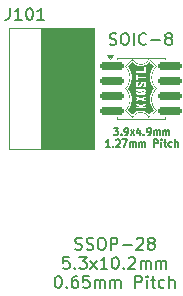
<source format=gto>
G04 #@! TF.GenerationSoftware,KiCad,Pcbnew,9.0.6*
G04 #@! TF.CreationDate,2026-01-08T16:07:39-06:00*
G04 #@! TF.ProjectId,SOIC-8_3.9x4.9_P1.27,534f4943-2d38-45f3-932e-3978342e395f,rev?*
G04 #@! TF.SameCoordinates,Original*
G04 #@! TF.FileFunction,Legend,Top*
G04 #@! TF.FilePolarity,Positive*
%FSLAX46Y46*%
G04 Gerber Fmt 4.6, Leading zero omitted, Abs format (unit mm)*
G04 Created by KiCad (PCBNEW 9.0.6) date 2026-01-08 16:07:39*
%MOMM*%
%LPD*%
G01*
G04 APERTURE LIST*
G04 Aperture macros list*
%AMRoundRect*
0 Rectangle with rounded corners*
0 $1 Rounding radius*
0 $2 $3 $4 $5 $6 $7 $8 $9 X,Y pos of 4 corners*
0 Add a 4 corners polygon primitive as box body*
4,1,4,$2,$3,$4,$5,$6,$7,$8,$9,$2,$3,0*
0 Add four circle primitives for the rounded corners*
1,1,$1+$1,$2,$3*
1,1,$1+$1,$4,$5*
1,1,$1+$1,$6,$7*
1,1,$1+$1,$8,$9*
0 Add four rect primitives between the rounded corners*
20,1,$1+$1,$2,$3,$4,$5,0*
20,1,$1+$1,$4,$5,$6,$7,0*
20,1,$1+$1,$6,$7,$8,$9,0*
20,1,$1+$1,$8,$9,$2,$3,0*%
G04 Aperture macros list end*
%ADD10C,0.150000*%
%ADD11C,0.100000*%
%ADD12C,0.200000*%
%ADD13C,0.120000*%
%ADD14C,0.000000*%
%ADD15R,1.700000X1.700000*%
%ADD16C,1.700000*%
%ADD17RoundRect,0.150000X-0.825000X-0.150000X0.825000X-0.150000X0.825000X0.150000X-0.825000X0.150000X0*%
G04 APERTURE END LIST*
D10*
X126646285Y-102238805D02*
X127017713Y-102238805D01*
X127017713Y-102238805D02*
X126817713Y-102467376D01*
X126817713Y-102467376D02*
X126903428Y-102467376D01*
X126903428Y-102467376D02*
X126960571Y-102495948D01*
X126960571Y-102495948D02*
X126989142Y-102524519D01*
X126989142Y-102524519D02*
X127017713Y-102581662D01*
X127017713Y-102581662D02*
X127017713Y-102724519D01*
X127017713Y-102724519D02*
X126989142Y-102781662D01*
X126989142Y-102781662D02*
X126960571Y-102810234D01*
X126960571Y-102810234D02*
X126903428Y-102838805D01*
X126903428Y-102838805D02*
X126731999Y-102838805D01*
X126731999Y-102838805D02*
X126674856Y-102810234D01*
X126674856Y-102810234D02*
X126646285Y-102781662D01*
X127274857Y-102781662D02*
X127303428Y-102810234D01*
X127303428Y-102810234D02*
X127274857Y-102838805D01*
X127274857Y-102838805D02*
X127246285Y-102810234D01*
X127246285Y-102810234D02*
X127274857Y-102781662D01*
X127274857Y-102781662D02*
X127274857Y-102838805D01*
X127589142Y-102838805D02*
X127703428Y-102838805D01*
X127703428Y-102838805D02*
X127760571Y-102810234D01*
X127760571Y-102810234D02*
X127789142Y-102781662D01*
X127789142Y-102781662D02*
X127846285Y-102695948D01*
X127846285Y-102695948D02*
X127874856Y-102581662D01*
X127874856Y-102581662D02*
X127874856Y-102353091D01*
X127874856Y-102353091D02*
X127846285Y-102295948D01*
X127846285Y-102295948D02*
X127817714Y-102267376D01*
X127817714Y-102267376D02*
X127760571Y-102238805D01*
X127760571Y-102238805D02*
X127646285Y-102238805D01*
X127646285Y-102238805D02*
X127589142Y-102267376D01*
X127589142Y-102267376D02*
X127560571Y-102295948D01*
X127560571Y-102295948D02*
X127531999Y-102353091D01*
X127531999Y-102353091D02*
X127531999Y-102495948D01*
X127531999Y-102495948D02*
X127560571Y-102553091D01*
X127560571Y-102553091D02*
X127589142Y-102581662D01*
X127589142Y-102581662D02*
X127646285Y-102610234D01*
X127646285Y-102610234D02*
X127760571Y-102610234D01*
X127760571Y-102610234D02*
X127817714Y-102581662D01*
X127817714Y-102581662D02*
X127846285Y-102553091D01*
X127846285Y-102553091D02*
X127874856Y-102495948D01*
X128074857Y-102838805D02*
X128389143Y-102438805D01*
X128074857Y-102438805D02*
X128389143Y-102838805D01*
X128874857Y-102438805D02*
X128874857Y-102838805D01*
X128731999Y-102210234D02*
X128589142Y-102638805D01*
X128589142Y-102638805D02*
X128960571Y-102638805D01*
X129189143Y-102781662D02*
X129217714Y-102810234D01*
X129217714Y-102810234D02*
X129189143Y-102838805D01*
X129189143Y-102838805D02*
X129160571Y-102810234D01*
X129160571Y-102810234D02*
X129189143Y-102781662D01*
X129189143Y-102781662D02*
X129189143Y-102838805D01*
X129503428Y-102838805D02*
X129617714Y-102838805D01*
X129617714Y-102838805D02*
X129674857Y-102810234D01*
X129674857Y-102810234D02*
X129703428Y-102781662D01*
X129703428Y-102781662D02*
X129760571Y-102695948D01*
X129760571Y-102695948D02*
X129789142Y-102581662D01*
X129789142Y-102581662D02*
X129789142Y-102353091D01*
X129789142Y-102353091D02*
X129760571Y-102295948D01*
X129760571Y-102295948D02*
X129732000Y-102267376D01*
X129732000Y-102267376D02*
X129674857Y-102238805D01*
X129674857Y-102238805D02*
X129560571Y-102238805D01*
X129560571Y-102238805D02*
X129503428Y-102267376D01*
X129503428Y-102267376D02*
X129474857Y-102295948D01*
X129474857Y-102295948D02*
X129446285Y-102353091D01*
X129446285Y-102353091D02*
X129446285Y-102495948D01*
X129446285Y-102495948D02*
X129474857Y-102553091D01*
X129474857Y-102553091D02*
X129503428Y-102581662D01*
X129503428Y-102581662D02*
X129560571Y-102610234D01*
X129560571Y-102610234D02*
X129674857Y-102610234D01*
X129674857Y-102610234D02*
X129732000Y-102581662D01*
X129732000Y-102581662D02*
X129760571Y-102553091D01*
X129760571Y-102553091D02*
X129789142Y-102495948D01*
X130046286Y-102838805D02*
X130046286Y-102438805D01*
X130046286Y-102495948D02*
X130074857Y-102467376D01*
X130074857Y-102467376D02*
X130132000Y-102438805D01*
X130132000Y-102438805D02*
X130217714Y-102438805D01*
X130217714Y-102438805D02*
X130274857Y-102467376D01*
X130274857Y-102467376D02*
X130303429Y-102524519D01*
X130303429Y-102524519D02*
X130303429Y-102838805D01*
X130303429Y-102524519D02*
X130332000Y-102467376D01*
X130332000Y-102467376D02*
X130389143Y-102438805D01*
X130389143Y-102438805D02*
X130474857Y-102438805D01*
X130474857Y-102438805D02*
X130532000Y-102467376D01*
X130532000Y-102467376D02*
X130560571Y-102524519D01*
X130560571Y-102524519D02*
X130560571Y-102838805D01*
X130846286Y-102838805D02*
X130846286Y-102438805D01*
X130846286Y-102495948D02*
X130874857Y-102467376D01*
X130874857Y-102467376D02*
X130932000Y-102438805D01*
X130932000Y-102438805D02*
X131017714Y-102438805D01*
X131017714Y-102438805D02*
X131074857Y-102467376D01*
X131074857Y-102467376D02*
X131103429Y-102524519D01*
X131103429Y-102524519D02*
X131103429Y-102838805D01*
X131103429Y-102524519D02*
X131132000Y-102467376D01*
X131132000Y-102467376D02*
X131189143Y-102438805D01*
X131189143Y-102438805D02*
X131274857Y-102438805D01*
X131274857Y-102438805D02*
X131332000Y-102467376D01*
X131332000Y-102467376D02*
X131360571Y-102524519D01*
X131360571Y-102524519D02*
X131360571Y-102838805D01*
X126317713Y-103804771D02*
X125974856Y-103804771D01*
X126146285Y-103804771D02*
X126146285Y-103204771D01*
X126146285Y-103204771D02*
X126089142Y-103290485D01*
X126089142Y-103290485D02*
X126031999Y-103347628D01*
X126031999Y-103347628D02*
X125974856Y-103376200D01*
X126574857Y-103747628D02*
X126603428Y-103776200D01*
X126603428Y-103776200D02*
X126574857Y-103804771D01*
X126574857Y-103804771D02*
X126546285Y-103776200D01*
X126546285Y-103776200D02*
X126574857Y-103747628D01*
X126574857Y-103747628D02*
X126574857Y-103804771D01*
X126831999Y-103261914D02*
X126860571Y-103233342D01*
X126860571Y-103233342D02*
X126917714Y-103204771D01*
X126917714Y-103204771D02*
X127060571Y-103204771D01*
X127060571Y-103204771D02*
X127117714Y-103233342D01*
X127117714Y-103233342D02*
X127146285Y-103261914D01*
X127146285Y-103261914D02*
X127174856Y-103319057D01*
X127174856Y-103319057D02*
X127174856Y-103376200D01*
X127174856Y-103376200D02*
X127146285Y-103461914D01*
X127146285Y-103461914D02*
X126803428Y-103804771D01*
X126803428Y-103804771D02*
X127174856Y-103804771D01*
X127374857Y-103204771D02*
X127774857Y-103204771D01*
X127774857Y-103204771D02*
X127517714Y-103804771D01*
X128003429Y-103804771D02*
X128003429Y-103404771D01*
X128003429Y-103461914D02*
X128032000Y-103433342D01*
X128032000Y-103433342D02*
X128089143Y-103404771D01*
X128089143Y-103404771D02*
X128174857Y-103404771D01*
X128174857Y-103404771D02*
X128232000Y-103433342D01*
X128232000Y-103433342D02*
X128260572Y-103490485D01*
X128260572Y-103490485D02*
X128260572Y-103804771D01*
X128260572Y-103490485D02*
X128289143Y-103433342D01*
X128289143Y-103433342D02*
X128346286Y-103404771D01*
X128346286Y-103404771D02*
X128432000Y-103404771D01*
X128432000Y-103404771D02*
X128489143Y-103433342D01*
X128489143Y-103433342D02*
X128517714Y-103490485D01*
X128517714Y-103490485D02*
X128517714Y-103804771D01*
X128803429Y-103804771D02*
X128803429Y-103404771D01*
X128803429Y-103461914D02*
X128832000Y-103433342D01*
X128832000Y-103433342D02*
X128889143Y-103404771D01*
X128889143Y-103404771D02*
X128974857Y-103404771D01*
X128974857Y-103404771D02*
X129032000Y-103433342D01*
X129032000Y-103433342D02*
X129060572Y-103490485D01*
X129060572Y-103490485D02*
X129060572Y-103804771D01*
X129060572Y-103490485D02*
X129089143Y-103433342D01*
X129089143Y-103433342D02*
X129146286Y-103404771D01*
X129146286Y-103404771D02*
X129232000Y-103404771D01*
X129232000Y-103404771D02*
X129289143Y-103433342D01*
X129289143Y-103433342D02*
X129317714Y-103490485D01*
X129317714Y-103490485D02*
X129317714Y-103804771D01*
X130060572Y-103804771D02*
X130060572Y-103204771D01*
X130060572Y-103204771D02*
X130289143Y-103204771D01*
X130289143Y-103204771D02*
X130346286Y-103233342D01*
X130346286Y-103233342D02*
X130374857Y-103261914D01*
X130374857Y-103261914D02*
X130403429Y-103319057D01*
X130403429Y-103319057D02*
X130403429Y-103404771D01*
X130403429Y-103404771D02*
X130374857Y-103461914D01*
X130374857Y-103461914D02*
X130346286Y-103490485D01*
X130346286Y-103490485D02*
X130289143Y-103519057D01*
X130289143Y-103519057D02*
X130060572Y-103519057D01*
X130660572Y-103804771D02*
X130660572Y-103404771D01*
X130660572Y-103204771D02*
X130632000Y-103233342D01*
X130632000Y-103233342D02*
X130660572Y-103261914D01*
X130660572Y-103261914D02*
X130689143Y-103233342D01*
X130689143Y-103233342D02*
X130660572Y-103204771D01*
X130660572Y-103204771D02*
X130660572Y-103261914D01*
X130860571Y-103404771D02*
X131089143Y-103404771D01*
X130946286Y-103204771D02*
X130946286Y-103719057D01*
X130946286Y-103719057D02*
X130974857Y-103776200D01*
X130974857Y-103776200D02*
X131032000Y-103804771D01*
X131032000Y-103804771D02*
X131089143Y-103804771D01*
X131546286Y-103776200D02*
X131489143Y-103804771D01*
X131489143Y-103804771D02*
X131374857Y-103804771D01*
X131374857Y-103804771D02*
X131317714Y-103776200D01*
X131317714Y-103776200D02*
X131289143Y-103747628D01*
X131289143Y-103747628D02*
X131260571Y-103690485D01*
X131260571Y-103690485D02*
X131260571Y-103519057D01*
X131260571Y-103519057D02*
X131289143Y-103461914D01*
X131289143Y-103461914D02*
X131317714Y-103433342D01*
X131317714Y-103433342D02*
X131374857Y-103404771D01*
X131374857Y-103404771D02*
X131489143Y-103404771D01*
X131489143Y-103404771D02*
X131546286Y-103433342D01*
X131803429Y-103804771D02*
X131803429Y-103204771D01*
X132060572Y-103804771D02*
X132060572Y-103490485D01*
X132060572Y-103490485D02*
X132032000Y-103433342D01*
X132032000Y-103433342D02*
X131974857Y-103404771D01*
X131974857Y-103404771D02*
X131889143Y-103404771D01*
X131889143Y-103404771D02*
X131832000Y-103433342D01*
X131832000Y-103433342D02*
X131803429Y-103461914D01*
D11*
X120506000Y-93726000D02*
X124968000Y-93726000D01*
X124968000Y-103996000D01*
X120506000Y-103996000D01*
X120506000Y-93726000D01*
G36*
X120506000Y-93726000D02*
G01*
X124968000Y-93726000D01*
X124968000Y-103996000D01*
X120506000Y-103996000D01*
X120506000Y-93726000D01*
G37*
D12*
X123388857Y-112491212D02*
X123531714Y-112538831D01*
X123531714Y-112538831D02*
X123769809Y-112538831D01*
X123769809Y-112538831D02*
X123865047Y-112491212D01*
X123865047Y-112491212D02*
X123912666Y-112443592D01*
X123912666Y-112443592D02*
X123960285Y-112348354D01*
X123960285Y-112348354D02*
X123960285Y-112253116D01*
X123960285Y-112253116D02*
X123912666Y-112157878D01*
X123912666Y-112157878D02*
X123865047Y-112110259D01*
X123865047Y-112110259D02*
X123769809Y-112062640D01*
X123769809Y-112062640D02*
X123579333Y-112015021D01*
X123579333Y-112015021D02*
X123484095Y-111967402D01*
X123484095Y-111967402D02*
X123436476Y-111919783D01*
X123436476Y-111919783D02*
X123388857Y-111824545D01*
X123388857Y-111824545D02*
X123388857Y-111729307D01*
X123388857Y-111729307D02*
X123436476Y-111634069D01*
X123436476Y-111634069D02*
X123484095Y-111586450D01*
X123484095Y-111586450D02*
X123579333Y-111538831D01*
X123579333Y-111538831D02*
X123817428Y-111538831D01*
X123817428Y-111538831D02*
X123960285Y-111586450D01*
X124341238Y-112491212D02*
X124484095Y-112538831D01*
X124484095Y-112538831D02*
X124722190Y-112538831D01*
X124722190Y-112538831D02*
X124817428Y-112491212D01*
X124817428Y-112491212D02*
X124865047Y-112443592D01*
X124865047Y-112443592D02*
X124912666Y-112348354D01*
X124912666Y-112348354D02*
X124912666Y-112253116D01*
X124912666Y-112253116D02*
X124865047Y-112157878D01*
X124865047Y-112157878D02*
X124817428Y-112110259D01*
X124817428Y-112110259D02*
X124722190Y-112062640D01*
X124722190Y-112062640D02*
X124531714Y-112015021D01*
X124531714Y-112015021D02*
X124436476Y-111967402D01*
X124436476Y-111967402D02*
X124388857Y-111919783D01*
X124388857Y-111919783D02*
X124341238Y-111824545D01*
X124341238Y-111824545D02*
X124341238Y-111729307D01*
X124341238Y-111729307D02*
X124388857Y-111634069D01*
X124388857Y-111634069D02*
X124436476Y-111586450D01*
X124436476Y-111586450D02*
X124531714Y-111538831D01*
X124531714Y-111538831D02*
X124769809Y-111538831D01*
X124769809Y-111538831D02*
X124912666Y-111586450D01*
X125531714Y-111538831D02*
X125722190Y-111538831D01*
X125722190Y-111538831D02*
X125817428Y-111586450D01*
X125817428Y-111586450D02*
X125912666Y-111681688D01*
X125912666Y-111681688D02*
X125960285Y-111872164D01*
X125960285Y-111872164D02*
X125960285Y-112205497D01*
X125960285Y-112205497D02*
X125912666Y-112395973D01*
X125912666Y-112395973D02*
X125817428Y-112491212D01*
X125817428Y-112491212D02*
X125722190Y-112538831D01*
X125722190Y-112538831D02*
X125531714Y-112538831D01*
X125531714Y-112538831D02*
X125436476Y-112491212D01*
X125436476Y-112491212D02*
X125341238Y-112395973D01*
X125341238Y-112395973D02*
X125293619Y-112205497D01*
X125293619Y-112205497D02*
X125293619Y-111872164D01*
X125293619Y-111872164D02*
X125341238Y-111681688D01*
X125341238Y-111681688D02*
X125436476Y-111586450D01*
X125436476Y-111586450D02*
X125531714Y-111538831D01*
X126388857Y-112538831D02*
X126388857Y-111538831D01*
X126388857Y-111538831D02*
X126769809Y-111538831D01*
X126769809Y-111538831D02*
X126865047Y-111586450D01*
X126865047Y-111586450D02*
X126912666Y-111634069D01*
X126912666Y-111634069D02*
X126960285Y-111729307D01*
X126960285Y-111729307D02*
X126960285Y-111872164D01*
X126960285Y-111872164D02*
X126912666Y-111967402D01*
X126912666Y-111967402D02*
X126865047Y-112015021D01*
X126865047Y-112015021D02*
X126769809Y-112062640D01*
X126769809Y-112062640D02*
X126388857Y-112062640D01*
X127388857Y-112157878D02*
X128150762Y-112157878D01*
X128579333Y-111634069D02*
X128626952Y-111586450D01*
X128626952Y-111586450D02*
X128722190Y-111538831D01*
X128722190Y-111538831D02*
X128960285Y-111538831D01*
X128960285Y-111538831D02*
X129055523Y-111586450D01*
X129055523Y-111586450D02*
X129103142Y-111634069D01*
X129103142Y-111634069D02*
X129150761Y-111729307D01*
X129150761Y-111729307D02*
X129150761Y-111824545D01*
X129150761Y-111824545D02*
X129103142Y-111967402D01*
X129103142Y-111967402D02*
X128531714Y-112538831D01*
X128531714Y-112538831D02*
X129150761Y-112538831D01*
X129722190Y-111967402D02*
X129626952Y-111919783D01*
X129626952Y-111919783D02*
X129579333Y-111872164D01*
X129579333Y-111872164D02*
X129531714Y-111776926D01*
X129531714Y-111776926D02*
X129531714Y-111729307D01*
X129531714Y-111729307D02*
X129579333Y-111634069D01*
X129579333Y-111634069D02*
X129626952Y-111586450D01*
X129626952Y-111586450D02*
X129722190Y-111538831D01*
X129722190Y-111538831D02*
X129912666Y-111538831D01*
X129912666Y-111538831D02*
X130007904Y-111586450D01*
X130007904Y-111586450D02*
X130055523Y-111634069D01*
X130055523Y-111634069D02*
X130103142Y-111729307D01*
X130103142Y-111729307D02*
X130103142Y-111776926D01*
X130103142Y-111776926D02*
X130055523Y-111872164D01*
X130055523Y-111872164D02*
X130007904Y-111919783D01*
X130007904Y-111919783D02*
X129912666Y-111967402D01*
X129912666Y-111967402D02*
X129722190Y-111967402D01*
X129722190Y-111967402D02*
X129626952Y-112015021D01*
X129626952Y-112015021D02*
X129579333Y-112062640D01*
X129579333Y-112062640D02*
X129531714Y-112157878D01*
X129531714Y-112157878D02*
X129531714Y-112348354D01*
X129531714Y-112348354D02*
X129579333Y-112443592D01*
X129579333Y-112443592D02*
X129626952Y-112491212D01*
X129626952Y-112491212D02*
X129722190Y-112538831D01*
X129722190Y-112538831D02*
X129912666Y-112538831D01*
X129912666Y-112538831D02*
X130007904Y-112491212D01*
X130007904Y-112491212D02*
X130055523Y-112443592D01*
X130055523Y-112443592D02*
X130103142Y-112348354D01*
X130103142Y-112348354D02*
X130103142Y-112157878D01*
X130103142Y-112157878D02*
X130055523Y-112062640D01*
X130055523Y-112062640D02*
X130007904Y-112015021D01*
X130007904Y-112015021D02*
X129912666Y-111967402D01*
X122865048Y-113148775D02*
X122388858Y-113148775D01*
X122388858Y-113148775D02*
X122341239Y-113624965D01*
X122341239Y-113624965D02*
X122388858Y-113577346D01*
X122388858Y-113577346D02*
X122484096Y-113529727D01*
X122484096Y-113529727D02*
X122722191Y-113529727D01*
X122722191Y-113529727D02*
X122817429Y-113577346D01*
X122817429Y-113577346D02*
X122865048Y-113624965D01*
X122865048Y-113624965D02*
X122912667Y-113720203D01*
X122912667Y-113720203D02*
X122912667Y-113958298D01*
X122912667Y-113958298D02*
X122865048Y-114053536D01*
X122865048Y-114053536D02*
X122817429Y-114101156D01*
X122817429Y-114101156D02*
X122722191Y-114148775D01*
X122722191Y-114148775D02*
X122484096Y-114148775D01*
X122484096Y-114148775D02*
X122388858Y-114101156D01*
X122388858Y-114101156D02*
X122341239Y-114053536D01*
X123341239Y-114053536D02*
X123388858Y-114101156D01*
X123388858Y-114101156D02*
X123341239Y-114148775D01*
X123341239Y-114148775D02*
X123293620Y-114101156D01*
X123293620Y-114101156D02*
X123341239Y-114053536D01*
X123341239Y-114053536D02*
X123341239Y-114148775D01*
X123722191Y-113148775D02*
X124341238Y-113148775D01*
X124341238Y-113148775D02*
X124007905Y-113529727D01*
X124007905Y-113529727D02*
X124150762Y-113529727D01*
X124150762Y-113529727D02*
X124246000Y-113577346D01*
X124246000Y-113577346D02*
X124293619Y-113624965D01*
X124293619Y-113624965D02*
X124341238Y-113720203D01*
X124341238Y-113720203D02*
X124341238Y-113958298D01*
X124341238Y-113958298D02*
X124293619Y-114053536D01*
X124293619Y-114053536D02*
X124246000Y-114101156D01*
X124246000Y-114101156D02*
X124150762Y-114148775D01*
X124150762Y-114148775D02*
X123865048Y-114148775D01*
X123865048Y-114148775D02*
X123769810Y-114101156D01*
X123769810Y-114101156D02*
X123722191Y-114053536D01*
X124674572Y-114148775D02*
X125198381Y-113482108D01*
X124674572Y-113482108D02*
X125198381Y-114148775D01*
X126103143Y-114148775D02*
X125531715Y-114148775D01*
X125817429Y-114148775D02*
X125817429Y-113148775D01*
X125817429Y-113148775D02*
X125722191Y-113291632D01*
X125722191Y-113291632D02*
X125626953Y-113386870D01*
X125626953Y-113386870D02*
X125531715Y-113434489D01*
X126722191Y-113148775D02*
X126817429Y-113148775D01*
X126817429Y-113148775D02*
X126912667Y-113196394D01*
X126912667Y-113196394D02*
X126960286Y-113244013D01*
X126960286Y-113244013D02*
X127007905Y-113339251D01*
X127007905Y-113339251D02*
X127055524Y-113529727D01*
X127055524Y-113529727D02*
X127055524Y-113767822D01*
X127055524Y-113767822D02*
X127007905Y-113958298D01*
X127007905Y-113958298D02*
X126960286Y-114053536D01*
X126960286Y-114053536D02*
X126912667Y-114101156D01*
X126912667Y-114101156D02*
X126817429Y-114148775D01*
X126817429Y-114148775D02*
X126722191Y-114148775D01*
X126722191Y-114148775D02*
X126626953Y-114101156D01*
X126626953Y-114101156D02*
X126579334Y-114053536D01*
X126579334Y-114053536D02*
X126531715Y-113958298D01*
X126531715Y-113958298D02*
X126484096Y-113767822D01*
X126484096Y-113767822D02*
X126484096Y-113529727D01*
X126484096Y-113529727D02*
X126531715Y-113339251D01*
X126531715Y-113339251D02*
X126579334Y-113244013D01*
X126579334Y-113244013D02*
X126626953Y-113196394D01*
X126626953Y-113196394D02*
X126722191Y-113148775D01*
X127484096Y-114053536D02*
X127531715Y-114101156D01*
X127531715Y-114101156D02*
X127484096Y-114148775D01*
X127484096Y-114148775D02*
X127436477Y-114101156D01*
X127436477Y-114101156D02*
X127484096Y-114053536D01*
X127484096Y-114053536D02*
X127484096Y-114148775D01*
X127912667Y-113244013D02*
X127960286Y-113196394D01*
X127960286Y-113196394D02*
X128055524Y-113148775D01*
X128055524Y-113148775D02*
X128293619Y-113148775D01*
X128293619Y-113148775D02*
X128388857Y-113196394D01*
X128388857Y-113196394D02*
X128436476Y-113244013D01*
X128436476Y-113244013D02*
X128484095Y-113339251D01*
X128484095Y-113339251D02*
X128484095Y-113434489D01*
X128484095Y-113434489D02*
X128436476Y-113577346D01*
X128436476Y-113577346D02*
X127865048Y-114148775D01*
X127865048Y-114148775D02*
X128484095Y-114148775D01*
X128912667Y-114148775D02*
X128912667Y-113482108D01*
X128912667Y-113577346D02*
X128960286Y-113529727D01*
X128960286Y-113529727D02*
X129055524Y-113482108D01*
X129055524Y-113482108D02*
X129198381Y-113482108D01*
X129198381Y-113482108D02*
X129293619Y-113529727D01*
X129293619Y-113529727D02*
X129341238Y-113624965D01*
X129341238Y-113624965D02*
X129341238Y-114148775D01*
X129341238Y-113624965D02*
X129388857Y-113529727D01*
X129388857Y-113529727D02*
X129484095Y-113482108D01*
X129484095Y-113482108D02*
X129626952Y-113482108D01*
X129626952Y-113482108D02*
X129722191Y-113529727D01*
X129722191Y-113529727D02*
X129769810Y-113624965D01*
X129769810Y-113624965D02*
X129769810Y-114148775D01*
X130246000Y-114148775D02*
X130246000Y-113482108D01*
X130246000Y-113577346D02*
X130293619Y-113529727D01*
X130293619Y-113529727D02*
X130388857Y-113482108D01*
X130388857Y-113482108D02*
X130531714Y-113482108D01*
X130531714Y-113482108D02*
X130626952Y-113529727D01*
X130626952Y-113529727D02*
X130674571Y-113624965D01*
X130674571Y-113624965D02*
X130674571Y-114148775D01*
X130674571Y-113624965D02*
X130722190Y-113529727D01*
X130722190Y-113529727D02*
X130817428Y-113482108D01*
X130817428Y-113482108D02*
X130960285Y-113482108D01*
X130960285Y-113482108D02*
X131055524Y-113529727D01*
X131055524Y-113529727D02*
X131103143Y-113624965D01*
X131103143Y-113624965D02*
X131103143Y-114148775D01*
X121888857Y-114758719D02*
X121984095Y-114758719D01*
X121984095Y-114758719D02*
X122079333Y-114806338D01*
X122079333Y-114806338D02*
X122126952Y-114853957D01*
X122126952Y-114853957D02*
X122174571Y-114949195D01*
X122174571Y-114949195D02*
X122222190Y-115139671D01*
X122222190Y-115139671D02*
X122222190Y-115377766D01*
X122222190Y-115377766D02*
X122174571Y-115568242D01*
X122174571Y-115568242D02*
X122126952Y-115663480D01*
X122126952Y-115663480D02*
X122079333Y-115711100D01*
X122079333Y-115711100D02*
X121984095Y-115758719D01*
X121984095Y-115758719D02*
X121888857Y-115758719D01*
X121888857Y-115758719D02*
X121793619Y-115711100D01*
X121793619Y-115711100D02*
X121746000Y-115663480D01*
X121746000Y-115663480D02*
X121698381Y-115568242D01*
X121698381Y-115568242D02*
X121650762Y-115377766D01*
X121650762Y-115377766D02*
X121650762Y-115139671D01*
X121650762Y-115139671D02*
X121698381Y-114949195D01*
X121698381Y-114949195D02*
X121746000Y-114853957D01*
X121746000Y-114853957D02*
X121793619Y-114806338D01*
X121793619Y-114806338D02*
X121888857Y-114758719D01*
X122650762Y-115663480D02*
X122698381Y-115711100D01*
X122698381Y-115711100D02*
X122650762Y-115758719D01*
X122650762Y-115758719D02*
X122603143Y-115711100D01*
X122603143Y-115711100D02*
X122650762Y-115663480D01*
X122650762Y-115663480D02*
X122650762Y-115758719D01*
X123555523Y-114758719D02*
X123365047Y-114758719D01*
X123365047Y-114758719D02*
X123269809Y-114806338D01*
X123269809Y-114806338D02*
X123222190Y-114853957D01*
X123222190Y-114853957D02*
X123126952Y-114996814D01*
X123126952Y-114996814D02*
X123079333Y-115187290D01*
X123079333Y-115187290D02*
X123079333Y-115568242D01*
X123079333Y-115568242D02*
X123126952Y-115663480D01*
X123126952Y-115663480D02*
X123174571Y-115711100D01*
X123174571Y-115711100D02*
X123269809Y-115758719D01*
X123269809Y-115758719D02*
X123460285Y-115758719D01*
X123460285Y-115758719D02*
X123555523Y-115711100D01*
X123555523Y-115711100D02*
X123603142Y-115663480D01*
X123603142Y-115663480D02*
X123650761Y-115568242D01*
X123650761Y-115568242D02*
X123650761Y-115330147D01*
X123650761Y-115330147D02*
X123603142Y-115234909D01*
X123603142Y-115234909D02*
X123555523Y-115187290D01*
X123555523Y-115187290D02*
X123460285Y-115139671D01*
X123460285Y-115139671D02*
X123269809Y-115139671D01*
X123269809Y-115139671D02*
X123174571Y-115187290D01*
X123174571Y-115187290D02*
X123126952Y-115234909D01*
X123126952Y-115234909D02*
X123079333Y-115330147D01*
X124555523Y-114758719D02*
X124079333Y-114758719D01*
X124079333Y-114758719D02*
X124031714Y-115234909D01*
X124031714Y-115234909D02*
X124079333Y-115187290D01*
X124079333Y-115187290D02*
X124174571Y-115139671D01*
X124174571Y-115139671D02*
X124412666Y-115139671D01*
X124412666Y-115139671D02*
X124507904Y-115187290D01*
X124507904Y-115187290D02*
X124555523Y-115234909D01*
X124555523Y-115234909D02*
X124603142Y-115330147D01*
X124603142Y-115330147D02*
X124603142Y-115568242D01*
X124603142Y-115568242D02*
X124555523Y-115663480D01*
X124555523Y-115663480D02*
X124507904Y-115711100D01*
X124507904Y-115711100D02*
X124412666Y-115758719D01*
X124412666Y-115758719D02*
X124174571Y-115758719D01*
X124174571Y-115758719D02*
X124079333Y-115711100D01*
X124079333Y-115711100D02*
X124031714Y-115663480D01*
X125031714Y-115758719D02*
X125031714Y-115092052D01*
X125031714Y-115187290D02*
X125079333Y-115139671D01*
X125079333Y-115139671D02*
X125174571Y-115092052D01*
X125174571Y-115092052D02*
X125317428Y-115092052D01*
X125317428Y-115092052D02*
X125412666Y-115139671D01*
X125412666Y-115139671D02*
X125460285Y-115234909D01*
X125460285Y-115234909D02*
X125460285Y-115758719D01*
X125460285Y-115234909D02*
X125507904Y-115139671D01*
X125507904Y-115139671D02*
X125603142Y-115092052D01*
X125603142Y-115092052D02*
X125745999Y-115092052D01*
X125745999Y-115092052D02*
X125841238Y-115139671D01*
X125841238Y-115139671D02*
X125888857Y-115234909D01*
X125888857Y-115234909D02*
X125888857Y-115758719D01*
X126365047Y-115758719D02*
X126365047Y-115092052D01*
X126365047Y-115187290D02*
X126412666Y-115139671D01*
X126412666Y-115139671D02*
X126507904Y-115092052D01*
X126507904Y-115092052D02*
X126650761Y-115092052D01*
X126650761Y-115092052D02*
X126745999Y-115139671D01*
X126745999Y-115139671D02*
X126793618Y-115234909D01*
X126793618Y-115234909D02*
X126793618Y-115758719D01*
X126793618Y-115234909D02*
X126841237Y-115139671D01*
X126841237Y-115139671D02*
X126936475Y-115092052D01*
X126936475Y-115092052D02*
X127079332Y-115092052D01*
X127079332Y-115092052D02*
X127174571Y-115139671D01*
X127174571Y-115139671D02*
X127222190Y-115234909D01*
X127222190Y-115234909D02*
X127222190Y-115758719D01*
X128460285Y-115758719D02*
X128460285Y-114758719D01*
X128460285Y-114758719D02*
X128841237Y-114758719D01*
X128841237Y-114758719D02*
X128936475Y-114806338D01*
X128936475Y-114806338D02*
X128984094Y-114853957D01*
X128984094Y-114853957D02*
X129031713Y-114949195D01*
X129031713Y-114949195D02*
X129031713Y-115092052D01*
X129031713Y-115092052D02*
X128984094Y-115187290D01*
X128984094Y-115187290D02*
X128936475Y-115234909D01*
X128936475Y-115234909D02*
X128841237Y-115282528D01*
X128841237Y-115282528D02*
X128460285Y-115282528D01*
X129460285Y-115758719D02*
X129460285Y-115092052D01*
X129460285Y-114758719D02*
X129412666Y-114806338D01*
X129412666Y-114806338D02*
X129460285Y-114853957D01*
X129460285Y-114853957D02*
X129507904Y-114806338D01*
X129507904Y-114806338D02*
X129460285Y-114758719D01*
X129460285Y-114758719D02*
X129460285Y-114853957D01*
X129793618Y-115092052D02*
X130174570Y-115092052D01*
X129936475Y-114758719D02*
X129936475Y-115615861D01*
X129936475Y-115615861D02*
X129984094Y-115711100D01*
X129984094Y-115711100D02*
X130079332Y-115758719D01*
X130079332Y-115758719D02*
X130174570Y-115758719D01*
X130936475Y-115711100D02*
X130841237Y-115758719D01*
X130841237Y-115758719D02*
X130650761Y-115758719D01*
X130650761Y-115758719D02*
X130555523Y-115711100D01*
X130555523Y-115711100D02*
X130507904Y-115663480D01*
X130507904Y-115663480D02*
X130460285Y-115568242D01*
X130460285Y-115568242D02*
X130460285Y-115282528D01*
X130460285Y-115282528D02*
X130507904Y-115187290D01*
X130507904Y-115187290D02*
X130555523Y-115139671D01*
X130555523Y-115139671D02*
X130650761Y-115092052D01*
X130650761Y-115092052D02*
X130841237Y-115092052D01*
X130841237Y-115092052D02*
X130936475Y-115139671D01*
X131365047Y-115758719D02*
X131365047Y-114758719D01*
X131793618Y-115758719D02*
X131793618Y-115234909D01*
X131793618Y-115234909D02*
X131745999Y-115139671D01*
X131745999Y-115139671D02*
X131650761Y-115092052D01*
X131650761Y-115092052D02*
X131507904Y-115092052D01*
X131507904Y-115092052D02*
X131412666Y-115139671D01*
X131412666Y-115139671D02*
X131365047Y-115187290D01*
D10*
X117840285Y-92070819D02*
X117840285Y-92785104D01*
X117840285Y-92785104D02*
X117792666Y-92927961D01*
X117792666Y-92927961D02*
X117697428Y-93023200D01*
X117697428Y-93023200D02*
X117554571Y-93070819D01*
X117554571Y-93070819D02*
X117459333Y-93070819D01*
X118840285Y-93070819D02*
X118268857Y-93070819D01*
X118554571Y-93070819D02*
X118554571Y-92070819D01*
X118554571Y-92070819D02*
X118459333Y-92213676D01*
X118459333Y-92213676D02*
X118364095Y-92308914D01*
X118364095Y-92308914D02*
X118268857Y-92356533D01*
X119459333Y-92070819D02*
X119554571Y-92070819D01*
X119554571Y-92070819D02*
X119649809Y-92118438D01*
X119649809Y-92118438D02*
X119697428Y-92166057D01*
X119697428Y-92166057D02*
X119745047Y-92261295D01*
X119745047Y-92261295D02*
X119792666Y-92451771D01*
X119792666Y-92451771D02*
X119792666Y-92689866D01*
X119792666Y-92689866D02*
X119745047Y-92880342D01*
X119745047Y-92880342D02*
X119697428Y-92975580D01*
X119697428Y-92975580D02*
X119649809Y-93023200D01*
X119649809Y-93023200D02*
X119554571Y-93070819D01*
X119554571Y-93070819D02*
X119459333Y-93070819D01*
X119459333Y-93070819D02*
X119364095Y-93023200D01*
X119364095Y-93023200D02*
X119316476Y-92975580D01*
X119316476Y-92975580D02*
X119268857Y-92880342D01*
X119268857Y-92880342D02*
X119221238Y-92689866D01*
X119221238Y-92689866D02*
X119221238Y-92451771D01*
X119221238Y-92451771D02*
X119268857Y-92261295D01*
X119268857Y-92261295D02*
X119316476Y-92166057D01*
X119316476Y-92166057D02*
X119364095Y-92118438D01*
X119364095Y-92118438D02*
X119459333Y-92070819D01*
X120745047Y-93070819D02*
X120173619Y-93070819D01*
X120459333Y-93070819D02*
X120459333Y-92070819D01*
X120459333Y-92070819D02*
X120364095Y-92213676D01*
X120364095Y-92213676D02*
X120268857Y-92308914D01*
X120268857Y-92308914D02*
X120173619Y-92356533D01*
D12*
X126297393Y-95146600D02*
X126440250Y-95194219D01*
X126440250Y-95194219D02*
X126678345Y-95194219D01*
X126678345Y-95194219D02*
X126773583Y-95146600D01*
X126773583Y-95146600D02*
X126821202Y-95098980D01*
X126821202Y-95098980D02*
X126868821Y-95003742D01*
X126868821Y-95003742D02*
X126868821Y-94908504D01*
X126868821Y-94908504D02*
X126821202Y-94813266D01*
X126821202Y-94813266D02*
X126773583Y-94765647D01*
X126773583Y-94765647D02*
X126678345Y-94718028D01*
X126678345Y-94718028D02*
X126487869Y-94670409D01*
X126487869Y-94670409D02*
X126392631Y-94622790D01*
X126392631Y-94622790D02*
X126345012Y-94575171D01*
X126345012Y-94575171D02*
X126297393Y-94479933D01*
X126297393Y-94479933D02*
X126297393Y-94384695D01*
X126297393Y-94384695D02*
X126345012Y-94289457D01*
X126345012Y-94289457D02*
X126392631Y-94241838D01*
X126392631Y-94241838D02*
X126487869Y-94194219D01*
X126487869Y-94194219D02*
X126725964Y-94194219D01*
X126725964Y-94194219D02*
X126868821Y-94241838D01*
X127487869Y-94194219D02*
X127678345Y-94194219D01*
X127678345Y-94194219D02*
X127773583Y-94241838D01*
X127773583Y-94241838D02*
X127868821Y-94337076D01*
X127868821Y-94337076D02*
X127916440Y-94527552D01*
X127916440Y-94527552D02*
X127916440Y-94860885D01*
X127916440Y-94860885D02*
X127868821Y-95051361D01*
X127868821Y-95051361D02*
X127773583Y-95146600D01*
X127773583Y-95146600D02*
X127678345Y-95194219D01*
X127678345Y-95194219D02*
X127487869Y-95194219D01*
X127487869Y-95194219D02*
X127392631Y-95146600D01*
X127392631Y-95146600D02*
X127297393Y-95051361D01*
X127297393Y-95051361D02*
X127249774Y-94860885D01*
X127249774Y-94860885D02*
X127249774Y-94527552D01*
X127249774Y-94527552D02*
X127297393Y-94337076D01*
X127297393Y-94337076D02*
X127392631Y-94241838D01*
X127392631Y-94241838D02*
X127487869Y-94194219D01*
X128345012Y-95194219D02*
X128345012Y-94194219D01*
X129392630Y-95098980D02*
X129345011Y-95146600D01*
X129345011Y-95146600D02*
X129202154Y-95194219D01*
X129202154Y-95194219D02*
X129106916Y-95194219D01*
X129106916Y-95194219D02*
X128964059Y-95146600D01*
X128964059Y-95146600D02*
X128868821Y-95051361D01*
X128868821Y-95051361D02*
X128821202Y-94956123D01*
X128821202Y-94956123D02*
X128773583Y-94765647D01*
X128773583Y-94765647D02*
X128773583Y-94622790D01*
X128773583Y-94622790D02*
X128821202Y-94432314D01*
X128821202Y-94432314D02*
X128868821Y-94337076D01*
X128868821Y-94337076D02*
X128964059Y-94241838D01*
X128964059Y-94241838D02*
X129106916Y-94194219D01*
X129106916Y-94194219D02*
X129202154Y-94194219D01*
X129202154Y-94194219D02*
X129345011Y-94241838D01*
X129345011Y-94241838D02*
X129392630Y-94289457D01*
X129821202Y-94813266D02*
X130583107Y-94813266D01*
X131202154Y-94622790D02*
X131106916Y-94575171D01*
X131106916Y-94575171D02*
X131059297Y-94527552D01*
X131059297Y-94527552D02*
X131011678Y-94432314D01*
X131011678Y-94432314D02*
X131011678Y-94384695D01*
X131011678Y-94384695D02*
X131059297Y-94289457D01*
X131059297Y-94289457D02*
X131106916Y-94241838D01*
X131106916Y-94241838D02*
X131202154Y-94194219D01*
X131202154Y-94194219D02*
X131392630Y-94194219D01*
X131392630Y-94194219D02*
X131487868Y-94241838D01*
X131487868Y-94241838D02*
X131535487Y-94289457D01*
X131535487Y-94289457D02*
X131583106Y-94384695D01*
X131583106Y-94384695D02*
X131583106Y-94432314D01*
X131583106Y-94432314D02*
X131535487Y-94527552D01*
X131535487Y-94527552D02*
X131487868Y-94575171D01*
X131487868Y-94575171D02*
X131392630Y-94622790D01*
X131392630Y-94622790D02*
X131202154Y-94622790D01*
X131202154Y-94622790D02*
X131106916Y-94670409D01*
X131106916Y-94670409D02*
X131059297Y-94718028D01*
X131059297Y-94718028D02*
X131011678Y-94813266D01*
X131011678Y-94813266D02*
X131011678Y-95003742D01*
X131011678Y-95003742D02*
X131059297Y-95098980D01*
X131059297Y-95098980D02*
X131106916Y-95146600D01*
X131106916Y-95146600D02*
X131202154Y-95194219D01*
X131202154Y-95194219D02*
X131392630Y-95194219D01*
X131392630Y-95194219D02*
X131487868Y-95146600D01*
X131487868Y-95146600D02*
X131535487Y-95098980D01*
X131535487Y-95098980D02*
X131583106Y-95003742D01*
X131583106Y-95003742D02*
X131583106Y-94813266D01*
X131583106Y-94813266D02*
X131535487Y-94718028D01*
X131535487Y-94718028D02*
X131487868Y-94670409D01*
X131487868Y-94670409D02*
X131392630Y-94622790D01*
D13*
X117746000Y-93726000D02*
X117746000Y-103996000D01*
X117746000Y-93726000D02*
X120506000Y-93726000D01*
X117746000Y-103996000D02*
X120506000Y-103996000D01*
X120506000Y-93726000D02*
X120506000Y-103996000D01*
D14*
G36*
X129619914Y-96375056D02*
G01*
X129624312Y-96378953D01*
X129631315Y-96385368D01*
X129640817Y-96394201D01*
X129652717Y-96405356D01*
X129666910Y-96418732D01*
X129683294Y-96434233D01*
X129701764Y-96451761D01*
X129722219Y-96471216D01*
X129744554Y-96492500D01*
X129768667Y-96515516D01*
X129794453Y-96540165D01*
X129821811Y-96566350D01*
X129850636Y-96593970D01*
X129880825Y-96622930D01*
X129912275Y-96653129D01*
X129942374Y-96682059D01*
X129972379Y-96710911D01*
X130001707Y-96739114D01*
X130030230Y-96766546D01*
X130057817Y-96793079D01*
X130084338Y-96818589D01*
X130109665Y-96842951D01*
X130133666Y-96866040D01*
X130156212Y-96887732D01*
X130177174Y-96907901D01*
X130196422Y-96926423D01*
X130213825Y-96943173D01*
X130229255Y-96958026D01*
X130242581Y-96970857D01*
X130253674Y-96981541D01*
X130262403Y-96989954D01*
X130268640Y-96995971D01*
X130272254Y-96999466D01*
X130273030Y-97000222D01*
X130282486Y-97009531D01*
X130241684Y-97060113D01*
X130222423Y-97084092D01*
X130205354Y-97105574D01*
X130190127Y-97125031D01*
X130176391Y-97142928D01*
X130163794Y-97159738D01*
X130151984Y-97175928D01*
X130140612Y-97191968D01*
X130129326Y-97208327D01*
X130117774Y-97225473D01*
X130116813Y-97226914D01*
X130083888Y-97278487D01*
X130053149Y-97330957D01*
X130024821Y-97383860D01*
X129999134Y-97436733D01*
X129976317Y-97489111D01*
X129956598Y-97540531D01*
X129944496Y-97576545D01*
X129926436Y-97640300D01*
X129911966Y-97705590D01*
X129901087Y-97772408D01*
X129893798Y-97840745D01*
X129890101Y-97910595D01*
X129889997Y-97981949D01*
X129893485Y-98054803D01*
X129896432Y-98090248D01*
X129903863Y-98150570D01*
X129914733Y-98211159D01*
X129928876Y-98271406D01*
X129946128Y-98330694D01*
X129966326Y-98388412D01*
X129989300Y-98443947D01*
X129995022Y-98456482D01*
X129999398Y-98465903D01*
X130003966Y-98475749D01*
X130007942Y-98484335D01*
X130009062Y-98486757D01*
X130022296Y-98513758D01*
X130037993Y-98542947D01*
X130055804Y-98573798D01*
X130075380Y-98605788D01*
X130096373Y-98638391D01*
X130118435Y-98671081D01*
X130141218Y-98703333D01*
X130164374Y-98734624D01*
X130187554Y-98764425D01*
X130210411Y-98792212D01*
X130215617Y-98798300D01*
X130222636Y-98806440D01*
X130231375Y-98816576D01*
X130241008Y-98827743D01*
X130250702Y-98838983D01*
X130257291Y-98846618D01*
X130264996Y-98855726D01*
X130271727Y-98864025D01*
X130277090Y-98870999D01*
X130280685Y-98876129D01*
X130282120Y-98878900D01*
X130282129Y-98879010D01*
X130280491Y-98882194D01*
X130275973Y-98886560D01*
X130271146Y-98890181D01*
X130263980Y-98895922D01*
X130254669Y-98904722D01*
X130243328Y-98916457D01*
X130230075Y-98931003D01*
X130215026Y-98948233D01*
X130198297Y-98968025D01*
X130197304Y-98969218D01*
X130151226Y-99027239D01*
X130108954Y-99086024D01*
X130070455Y-99145649D01*
X130035691Y-99206182D01*
X130004625Y-99267697D01*
X129977222Y-99330266D01*
X129953445Y-99393962D01*
X129933257Y-99458857D01*
X129916622Y-99525023D01*
X129916057Y-99527575D01*
X129904491Y-99587774D01*
X129895806Y-99649965D01*
X129890038Y-99713462D01*
X129887222Y-99777583D01*
X129887392Y-99841643D01*
X129890585Y-99904958D01*
X129894559Y-99947785D01*
X129904018Y-100015414D01*
X129917305Y-100082317D01*
X129934400Y-100148441D01*
X129955282Y-100213730D01*
X129979930Y-100278133D01*
X130008324Y-100341592D01*
X130040443Y-100404055D01*
X130076267Y-100465467D01*
X130109857Y-100517156D01*
X130120496Y-100532612D01*
X130130840Y-100547277D01*
X130141336Y-100561750D01*
X130152432Y-100576627D01*
X130164574Y-100592507D01*
X130178210Y-100609986D01*
X130193788Y-100629661D01*
X130199084Y-100636303D01*
X130214552Y-100655714D01*
X130228742Y-100673597D01*
X130241473Y-100689719D01*
X130252560Y-100703848D01*
X130261823Y-100715750D01*
X130269078Y-100725192D01*
X130274141Y-100731940D01*
X130275707Y-100734108D01*
X130279949Y-100740110D01*
X130128362Y-100884507D01*
X130088488Y-100922489D01*
X130051282Y-100957925D01*
X130016587Y-100990964D01*
X129984244Y-101021758D01*
X129954095Y-101050457D01*
X129925981Y-101077210D01*
X129899744Y-101102169D01*
X129875226Y-101125482D01*
X129852269Y-101147301D01*
X129830714Y-101167776D01*
X129810403Y-101187056D01*
X129791179Y-101205292D01*
X129772881Y-101222635D01*
X129755353Y-101239233D01*
X129738436Y-101255239D01*
X129721971Y-101270801D01*
X129705801Y-101286070D01*
X129689767Y-101301196D01*
X129673711Y-101316330D01*
X129657475Y-101331621D01*
X129640899Y-101347219D01*
X129624865Y-101362299D01*
X129623826Y-101363276D01*
X129623688Y-101363406D01*
X129612748Y-101373692D01*
X129587643Y-101338026D01*
X129568553Y-101311142D01*
X129551100Y-101287091D01*
X129534889Y-101265371D01*
X129519527Y-101245479D01*
X129504617Y-101226913D01*
X129489765Y-101209170D01*
X129474577Y-101191746D01*
X129460982Y-101176675D01*
X129421506Y-101136076D01*
X129380719Y-101099152D01*
X129338590Y-101065886D01*
X129295092Y-101036262D01*
X129250194Y-101010266D01*
X129203869Y-100987880D01*
X129156084Y-100969090D01*
X129106816Y-100953879D01*
X129056032Y-100942233D01*
X129016108Y-100935715D01*
X128999424Y-100933906D01*
X128979946Y-100932550D01*
X128958579Y-100931650D01*
X128936226Y-100931213D01*
X128913791Y-100931242D01*
X128892180Y-100931741D01*
X128872296Y-100932718D01*
X128855044Y-100934175D01*
X128849424Y-100934848D01*
X128795848Y-100943837D01*
X128743732Y-100956448D01*
X128693110Y-100972665D01*
X128644016Y-100992474D01*
X128596484Y-101015859D01*
X128550547Y-101042804D01*
X128506241Y-101073295D01*
X128463598Y-101107317D01*
X128462752Y-101108042D01*
X128440635Y-101127635D01*
X128418943Y-101148129D01*
X128397369Y-101169868D01*
X128375603Y-101193196D01*
X128353337Y-101218458D01*
X128330262Y-101245997D01*
X128306070Y-101276158D01*
X128280452Y-101309286D01*
X128270380Y-101322589D01*
X128240434Y-101362350D01*
X128170737Y-101292314D01*
X128161731Y-101283266D01*
X128150162Y-101271648D01*
X128136226Y-101257656D01*
X128120120Y-101241487D01*
X128102038Y-101223338D01*
X128082177Y-101203404D01*
X128060733Y-101181883D01*
X128037901Y-101158970D01*
X128013876Y-101134863D01*
X127988856Y-101109757D01*
X127963035Y-101083849D01*
X127936609Y-101057336D01*
X127909775Y-101030413D01*
X127882727Y-101003278D01*
X127855661Y-100976127D01*
X127855318Y-100975782D01*
X127609595Y-100729288D01*
X127616191Y-100721580D01*
X127628190Y-100707514D01*
X127640134Y-100693431D01*
X127651618Y-100679819D01*
X127662230Y-100667165D01*
X127671563Y-100655955D01*
X127679209Y-100646678D01*
X127684758Y-100639820D01*
X127685223Y-100639233D01*
X127693488Y-100628778D01*
X127700005Y-100620473D01*
X127705455Y-100613423D01*
X127710514Y-100606731D01*
X127715863Y-100599498D01*
X127722179Y-100590830D01*
X127729557Y-100580636D01*
X127771501Y-100519790D01*
X127809603Y-100458571D01*
X127843921Y-100396830D01*
X127874511Y-100334414D01*
X127901434Y-100271173D01*
X127924747Y-100206953D01*
X127944508Y-100141608D01*
X127960774Y-100074983D01*
X127973604Y-100006929D01*
X127983056Y-99937291D01*
X127985475Y-99913603D01*
X127986220Y-99903142D01*
X127986840Y-99889384D01*
X127987335Y-99872934D01*
X127987704Y-99854398D01*
X127987947Y-99834385D01*
X127988065Y-99813497D01*
X127988058Y-99792346D01*
X127987924Y-99771534D01*
X127987665Y-99751669D01*
X127987281Y-99733358D01*
X127986771Y-99717206D01*
X127986135Y-99703822D01*
X127985475Y-99694838D01*
X127977048Y-99623944D01*
X127965223Y-99554874D01*
X127949931Y-99487414D01*
X127931103Y-99421347D01*
X127908671Y-99356455D01*
X127882564Y-99292522D01*
X127852716Y-99229329D01*
X127819056Y-99166662D01*
X127816552Y-99162285D01*
X127790057Y-99118174D01*
X127760781Y-99073133D01*
X127729356Y-99028026D01*
X127696416Y-98983715D01*
X127662592Y-98941066D01*
X127628517Y-98900940D01*
X127610758Y-98881195D01*
X127606163Y-98876195D01*
X127649494Y-98824551D01*
X127666228Y-98804488D01*
X127680803Y-98786727D01*
X127693675Y-98770669D01*
X127705302Y-98755714D01*
X127716142Y-98741264D01*
X127726653Y-98726719D01*
X127737292Y-98711482D01*
X127748514Y-98694953D01*
X127748632Y-98694778D01*
X127785088Y-98637973D01*
X127818053Y-98581254D01*
X127847876Y-98523967D01*
X127874902Y-98465459D01*
X127891046Y-98426684D01*
X127914577Y-98363368D01*
X127934655Y-98299787D01*
X127951385Y-98235489D01*
X127964869Y-98170019D01*
X127975213Y-98102922D01*
X127982521Y-98033747D01*
X127983309Y-98023838D01*
X127984131Y-98010039D01*
X127984762Y-97993152D01*
X127985202Y-97973989D01*
X127985451Y-97953364D01*
X127985509Y-97932089D01*
X127985376Y-97910979D01*
X127985052Y-97890846D01*
X127984536Y-97872505D01*
X127983829Y-97856766D01*
X127983323Y-97849023D01*
X127976204Y-97779998D01*
X127965432Y-97711943D01*
X127950978Y-97644782D01*
X127932816Y-97578436D01*
X127910918Y-97512829D01*
X127885254Y-97447883D01*
X127855802Y-97383522D01*
X127822529Y-97319668D01*
X127785410Y-97256245D01*
X127754007Y-97207382D01*
X127744740Y-97193847D01*
X127734591Y-97179723D01*
X127723238Y-97164588D01*
X127710354Y-97148021D01*
X127695617Y-97129601D01*
X127678699Y-97108908D01*
X127670663Y-97099190D01*
X127661282Y-97087862D01*
X127652537Y-97077260D01*
X127644794Y-97067834D01*
X127638416Y-97060027D01*
X127633769Y-97054285D01*
X127631215Y-97051050D01*
X127631078Y-97050867D01*
X127627816Y-97047330D01*
X127622301Y-97042230D01*
X127615406Y-97036350D01*
X127610364Y-97032296D01*
X127594999Y-97020260D01*
X127680925Y-97020260D01*
X127681162Y-97022616D01*
X127682827Y-97025738D01*
X127686610Y-97031131D01*
X127692023Y-97038153D01*
X127698583Y-97046163D01*
X127702043Y-97050224D01*
X127747243Y-97105538D01*
X127789731Y-97163530D01*
X127829379Y-97223959D01*
X127866066Y-97286582D01*
X127899671Y-97351155D01*
X127930069Y-97417436D01*
X127957138Y-97485182D01*
X127980757Y-97554150D01*
X128000801Y-97624098D01*
X128009264Y-97658581D01*
X128020057Y-97710239D01*
X128028433Y-97761982D01*
X128034474Y-97814572D01*
X128038262Y-97868767D01*
X128039882Y-97925329D01*
X128039957Y-97939849D01*
X128039026Y-97996205D01*
X128036056Y-98050336D01*
X128030928Y-98103252D01*
X128023521Y-98155962D01*
X128013715Y-98209476D01*
X128001388Y-98264804D01*
X128000717Y-98267576D01*
X127997289Y-98281219D01*
X127993352Y-98296075D01*
X127989048Y-98311677D01*
X127984519Y-98327560D01*
X127979908Y-98343256D01*
X127975358Y-98358299D01*
X127971011Y-98372221D01*
X127967009Y-98384559D01*
X127963497Y-98394844D01*
X127960615Y-98402610D01*
X127958506Y-98407389D01*
X127957581Y-98408700D01*
X127956284Y-98411063D01*
X127954717Y-98415993D01*
X127953767Y-98419931D01*
X127952246Y-98425602D01*
X127950667Y-98429299D01*
X127949793Y-98430113D01*
X127948446Y-98431786D01*
X127948001Y-98434996D01*
X127947417Y-98438668D01*
X127946298Y-98439879D01*
X127944957Y-98441606D01*
X127943673Y-98445917D01*
X127943345Y-98447692D01*
X127942137Y-98452577D01*
X127940635Y-98455301D01*
X127940165Y-98455505D01*
X127938699Y-98457173D01*
X127938235Y-98460249D01*
X127937065Y-98465204D01*
X127935306Y-98467922D01*
X127932871Y-98471785D01*
X127932375Y-98474061D01*
X127931071Y-98478031D01*
X127929445Y-98480200D01*
X127927107Y-98484431D01*
X127926516Y-98487873D01*
X127925938Y-98491478D01*
X127924876Y-98492617D01*
X127922928Y-98494252D01*
X127920767Y-98498125D01*
X127919135Y-98502682D01*
X127918702Y-98505544D01*
X127917408Y-98509305D01*
X127915773Y-98511452D01*
X127913407Y-98515712D01*
X127912843Y-98518986D01*
X127911808Y-98523730D01*
X127910292Y-98526171D01*
X127908729Y-98528566D01*
X127905672Y-98533942D01*
X127901393Y-98541802D01*
X127896160Y-98551643D01*
X127890244Y-98562962D01*
X127885224Y-98572700D01*
X127861084Y-98618114D01*
X127836306Y-98661222D01*
X127810343Y-98702861D01*
X127782653Y-98743869D01*
X127752687Y-98785082D01*
X127719904Y-98827339D01*
X127717858Y-98829897D01*
X127707110Y-98843515D01*
X127698781Y-98854577D01*
X127692670Y-98863429D01*
X127688583Y-98870417D01*
X127686322Y-98875889D01*
X127685690Y-98880191D01*
X127686489Y-98883668D01*
X127686849Y-98884377D01*
X127688776Y-98887035D01*
X127692783Y-98892028D01*
X127698371Y-98898754D01*
X127705044Y-98906610D01*
X127708844Y-98911020D01*
X127743330Y-98952933D01*
X127777210Y-98998278D01*
X127810196Y-99046589D01*
X127842001Y-99097405D01*
X127872337Y-99150261D01*
X127900915Y-99204696D01*
X127927447Y-99260245D01*
X127931283Y-99268755D01*
X127955647Y-99327059D01*
X127977595Y-99387393D01*
X127996904Y-99448989D01*
X128013348Y-99511080D01*
X128026705Y-99572899D01*
X128035728Y-99626476D01*
X128038261Y-99644321D01*
X128040369Y-99660247D01*
X128042089Y-99674875D01*
X128043461Y-99688830D01*
X128044522Y-99702733D01*
X128045310Y-99717207D01*
X128045863Y-99732875D01*
X128046221Y-99750360D01*
X128046420Y-99770286D01*
X128046500Y-99793273D01*
X128046506Y-99802268D01*
X128046477Y-99825394D01*
X128046369Y-99845102D01*
X128046169Y-99861880D01*
X128045862Y-99876217D01*
X128045435Y-99888599D01*
X128044874Y-99899515D01*
X128044164Y-99909456D01*
X128043292Y-99918906D01*
X128043133Y-99920439D01*
X128035300Y-99982891D01*
X128025144Y-100043770D01*
X128012800Y-100102307D01*
X128008542Y-100119892D01*
X128004517Y-100135665D01*
X128000509Y-100150776D01*
X127996656Y-100164744D01*
X127993100Y-100177090D01*
X127989979Y-100187334D01*
X127987436Y-100194997D01*
X127985606Y-100199599D01*
X127984976Y-100200632D01*
X127983477Y-100203972D01*
X127983160Y-100206632D01*
X127982555Y-100210850D01*
X127981033Y-100216718D01*
X127979027Y-100222905D01*
X127976973Y-100228085D01*
X127975305Y-100230928D01*
X127975167Y-100231039D01*
X127973994Y-100233278D01*
X127972204Y-100238343D01*
X127970127Y-100245271D01*
X127969487Y-100247608D01*
X127967385Y-100254912D01*
X127965463Y-100260648D01*
X127964054Y-100263851D01*
X127963777Y-100264176D01*
X127962454Y-100266595D01*
X127961133Y-100271295D01*
X127960890Y-100272512D01*
X127959590Y-100277208D01*
X127958047Y-100279710D01*
X127957679Y-100279836D01*
X127956277Y-100281508D01*
X127955814Y-100284719D01*
X127955145Y-100288390D01*
X127953861Y-100289602D01*
X127952393Y-100291274D01*
X127951908Y-100294486D01*
X127951240Y-100298156D01*
X127949954Y-100299370D01*
X127948486Y-100301040D01*
X127948001Y-100304251D01*
X127947332Y-100307923D01*
X127946048Y-100309135D01*
X127944580Y-100310806D01*
X127944095Y-100314018D01*
X127943514Y-100317690D01*
X127942402Y-100318901D01*
X127940769Y-100320567D01*
X127938464Y-100324776D01*
X127935991Y-100330347D01*
X127933853Y-100336097D01*
X127932553Y-100340845D01*
X127932375Y-100342438D01*
X127931601Y-100345730D01*
X127930771Y-100346572D01*
X127929494Y-100348442D01*
X127926785Y-100353332D01*
X127922904Y-100360742D01*
X127918111Y-100370171D01*
X127912665Y-100381117D01*
X127909336Y-100387909D01*
X127880529Y-100444184D01*
X127849937Y-100498318D01*
X127817129Y-100550983D01*
X127781675Y-100602848D01*
X127743145Y-100654585D01*
X127716568Y-100688064D01*
X127707125Y-100699789D01*
X127699977Y-100709004D01*
X127694885Y-100716172D01*
X127691612Y-100721758D01*
X127689920Y-100726226D01*
X127689570Y-100730040D01*
X127690327Y-100733663D01*
X127691589Y-100736783D01*
X127693259Y-100739017D01*
X127697312Y-100743601D01*
X127703778Y-100750565D01*
X127712685Y-100759939D01*
X127724062Y-100771750D01*
X127737937Y-100786030D01*
X127754340Y-100802807D01*
X127773299Y-100822110D01*
X127794843Y-100843969D01*
X127819001Y-100868414D01*
X127845802Y-100895473D01*
X127875274Y-100925177D01*
X127907447Y-100957554D01*
X127942348Y-100992634D01*
X127964199Y-101014576D01*
X128233341Y-101284781D01*
X128238835Y-101275991D01*
X128242545Y-101270742D01*
X128248068Y-101263752D01*
X128254526Y-101256108D01*
X128258562Y-101251576D01*
X128263669Y-101245900D01*
X128270834Y-101237840D01*
X128279557Y-101227963D01*
X128289337Y-101216836D01*
X128299676Y-101205029D01*
X128310072Y-101193107D01*
X128310117Y-101193055D01*
X128329241Y-101171192D01*
X128346279Y-101151997D01*
X128361604Y-101135101D01*
X128375587Y-101120134D01*
X128388600Y-101106728D01*
X128401014Y-101094513D01*
X128413202Y-101083121D01*
X128425535Y-101072181D01*
X128438385Y-101061325D01*
X128452124Y-101050184D01*
X128461323Y-101042916D01*
X128474272Y-101033111D01*
X128489530Y-101022115D01*
X128506216Y-101010523D01*
X128523443Y-100998929D01*
X128540327Y-100987930D01*
X128555982Y-100978118D01*
X128569524Y-100970090D01*
X128570430Y-100969576D01*
X128616812Y-100945529D01*
X128664669Y-100924904D01*
X128713687Y-100907803D01*
X128763549Y-100894324D01*
X128813940Y-100884567D01*
X128856777Y-100879291D01*
X128868448Y-100878533D01*
X128883098Y-100878051D01*
X128899956Y-100877829D01*
X128918253Y-100877854D01*
X128937218Y-100878110D01*
X128956079Y-100878583D01*
X128974067Y-100879259D01*
X128990411Y-100880123D01*
X129004340Y-100881161D01*
X129014473Y-100882271D01*
X129061401Y-100889973D01*
X129107893Y-100900032D01*
X129153316Y-100912258D01*
X129197040Y-100926463D01*
X129238433Y-100942458D01*
X129276866Y-100960055D01*
X129280115Y-100961689D01*
X129316304Y-100981490D01*
X129351668Y-101003839D01*
X129386407Y-101028913D01*
X129420726Y-101056892D01*
X129454827Y-101087953D01*
X129488912Y-101122273D01*
X129523184Y-101160031D01*
X129557846Y-101201405D01*
X129569080Y-101215472D01*
X129576326Y-101224558D01*
X129582876Y-101232606D01*
X129588296Y-101239099D01*
X129592156Y-101243518D01*
X129593984Y-101245325D01*
X129596293Y-101247975D01*
X129596540Y-101249054D01*
X129597708Y-101251789D01*
X129600792Y-101256638D01*
X129605167Y-101262751D01*
X129610203Y-101269278D01*
X129615274Y-101275368D01*
X129618829Y-101279248D01*
X129624865Y-101285436D01*
X129674672Y-101238349D01*
X129724670Y-101191052D01*
X129772345Y-101145897D01*
X129818237Y-101102364D01*
X129862888Y-101059941D01*
X129906841Y-101018112D01*
X129950636Y-100976364D01*
X129994816Y-100934179D01*
X130039922Y-100891043D01*
X130040775Y-100890225D01*
X130060410Y-100871437D01*
X130079505Y-100853168D01*
X130097838Y-100835635D01*
X130115185Y-100819048D01*
X130131323Y-100803621D01*
X130146027Y-100789570D01*
X130159074Y-100777107D01*
X130170241Y-100766445D01*
X130179304Y-100757800D01*
X130186040Y-100751384D01*
X130190224Y-100747412D01*
X130190755Y-100746909D01*
X130197541Y-100740386D01*
X130201788Y-100735888D01*
X130203895Y-100732867D01*
X130204263Y-100730777D01*
X130203551Y-100729378D01*
X130201407Y-100726790D01*
X130197264Y-100721886D01*
X130191671Y-100715311D01*
X130185177Y-100707712D01*
X130183445Y-100705691D01*
X130134004Y-100645366D01*
X130088360Y-100584146D01*
X130046504Y-100522007D01*
X130008424Y-100458925D01*
X129974110Y-100394878D01*
X129943552Y-100329841D01*
X129916740Y-100263791D01*
X129893663Y-100196704D01*
X129874308Y-100128558D01*
X129858669Y-100059328D01*
X129846734Y-99988992D01*
X129839869Y-99932159D01*
X129834481Y-99859771D01*
X129832834Y-99788347D01*
X129834944Y-99717848D01*
X129840816Y-99648235D01*
X129850464Y-99579468D01*
X129863898Y-99511509D01*
X129881127Y-99444318D01*
X129902163Y-99377856D01*
X129927019Y-99312083D01*
X129955703Y-99246962D01*
X129988228Y-99182452D01*
X130024600Y-99118514D01*
X130064835Y-99055109D01*
X130090314Y-99018040D01*
X130106538Y-98995577D01*
X130124342Y-98971784D01*
X130142974Y-98947623D01*
X130161682Y-98924056D01*
X130179716Y-98902045D01*
X130193744Y-98885522D01*
X130206167Y-98871176D01*
X130201665Y-98865679D01*
X130199049Y-98862528D01*
X130194376Y-98856941D01*
X130188106Y-98849465D01*
X130180699Y-98840652D01*
X130172618Y-98831050D01*
X130171094Y-98829241D01*
X130143845Y-98795826D01*
X130116355Y-98760084D01*
X130089283Y-98722941D01*
X130063287Y-98685326D01*
X130039024Y-98648167D01*
X130017150Y-98612393D01*
X130015636Y-98609812D01*
X129998463Y-98579235D01*
X129981133Y-98546107D01*
X129964071Y-98511354D01*
X129947703Y-98475898D01*
X129932457Y-98440666D01*
X129918757Y-98406582D01*
X129907030Y-98374571D01*
X129906314Y-98372492D01*
X129885026Y-98304410D01*
X129867583Y-98235666D01*
X129853982Y-98166240D01*
X129844220Y-98096113D01*
X129838294Y-98025260D01*
X129836200Y-97953661D01*
X129837028Y-97902684D01*
X129841199Y-97833409D01*
X129848879Y-97765250D01*
X129860111Y-97698075D01*
X129874937Y-97631752D01*
X129893399Y-97566150D01*
X129915539Y-97501137D01*
X129941399Y-97436581D01*
X129971023Y-97372351D01*
X130004452Y-97308314D01*
X130041729Y-97244340D01*
X130055770Y-97221818D01*
X130084577Y-97177905D01*
X130115036Y-97134516D01*
X130147763Y-97090800D01*
X130177878Y-97052680D01*
X130205814Y-97018103D01*
X130182933Y-96995865D01*
X130178204Y-96991295D01*
X130170884Y-96984255D01*
X130161210Y-96974972D01*
X130149419Y-96963672D01*
X130135747Y-96950583D01*
X130120430Y-96935929D01*
X130103706Y-96919937D01*
X130085811Y-96902834D01*
X130066981Y-96884847D01*
X130047454Y-96866201D01*
X130027465Y-96847123D01*
X130022347Y-96842240D01*
X129998007Y-96819013D01*
X129976277Y-96798269D01*
X129956939Y-96779796D01*
X129939774Y-96763384D01*
X129924564Y-96748821D01*
X129911090Y-96735896D01*
X129899135Y-96724397D01*
X129888479Y-96714113D01*
X129878905Y-96704833D01*
X129870193Y-96696345D01*
X129862126Y-96688438D01*
X129854485Y-96680900D01*
X129847051Y-96673523D01*
X129839606Y-96666090D01*
X129831932Y-96658394D01*
X129823810Y-96650223D01*
X129822341Y-96648743D01*
X129814260Y-96640675D01*
X129807096Y-96633666D01*
X129801308Y-96628152D01*
X129797357Y-96624572D01*
X129795718Y-96623361D01*
X129793992Y-96622042D01*
X129789898Y-96618333D01*
X129783831Y-96612610D01*
X129776184Y-96605248D01*
X129767352Y-96596620D01*
X129760311Y-96589668D01*
X129750336Y-96579815D01*
X129738212Y-96567899D01*
X129724595Y-96554567D01*
X129710153Y-96540467D01*
X129695546Y-96526245D01*
X129681437Y-96512548D01*
X129675296Y-96506601D01*
X129624257Y-96457230D01*
X129618213Y-96464564D01*
X129614680Y-96469142D01*
X129612502Y-96472529D01*
X129612165Y-96473444D01*
X129610960Y-96475465D01*
X129607693Y-96479742D01*
X129602894Y-96485607D01*
X129598244Y-96491066D01*
X129592329Y-96498025D01*
X129584720Y-96507166D01*
X129576144Y-96517605D01*
X129567327Y-96528460D01*
X129560915Y-96536442D01*
X129553465Y-96545674D01*
X129546706Y-96553878D01*
X129541064Y-96560548D01*
X129536967Y-96565182D01*
X129534839Y-96567275D01*
X129534795Y-96567303D01*
X129532367Y-96570275D01*
X129532084Y-96571697D01*
X129531108Y-96574235D01*
X129530333Y-96574530D01*
X129528484Y-96575935D01*
X129524642Y-96579783D01*
X129519324Y-96585531D01*
X129513050Y-96592627D01*
X129511390Y-96594551D01*
X129486093Y-96623209D01*
X129461876Y-96648906D01*
X129438138Y-96672203D01*
X129414270Y-96693662D01*
X129389666Y-96713845D01*
X129363720Y-96733312D01*
X129354338Y-96739971D01*
X129313153Y-96766647D01*
X129269824Y-96790598D01*
X129224802Y-96811657D01*
X129178538Y-96829660D01*
X129131484Y-96844442D01*
X129084090Y-96855836D01*
X129036807Y-96863679D01*
X129008613Y-96866616D01*
X128972520Y-96868981D01*
X128939218Y-96870008D01*
X128907834Y-96869696D01*
X128877490Y-96868043D01*
X128860167Y-96866486D01*
X128846765Y-96865072D01*
X128836819Y-96863928D01*
X128829889Y-96863003D01*
X128828915Y-96862854D01*
X128824046Y-96862137D01*
X128817371Y-96861209D01*
X128814265Y-96860793D01*
X128802819Y-96859004D01*
X128788738Y-96856381D01*
X128773143Y-96853165D01*
X128757155Y-96849594D01*
X128741897Y-96845906D01*
X128730902Y-96843015D01*
X128679151Y-96827025D01*
X128629905Y-96808202D01*
X128582811Y-96786376D01*
X128537513Y-96761376D01*
X128493658Y-96733031D01*
X128475153Y-96719770D01*
X128468140Y-96714688D01*
X128462272Y-96710612D01*
X128458260Y-96708024D01*
X128456878Y-96707351D01*
X128454783Y-96705967D01*
X128451713Y-96702624D01*
X128451589Y-96702468D01*
X128448326Y-96699055D01*
X128445775Y-96697586D01*
X128445730Y-96697585D01*
X128443218Y-96696186D01*
X128439955Y-96692810D01*
X128439870Y-96692701D01*
X128436517Y-96689281D01*
X128433769Y-96687819D01*
X128433729Y-96687818D01*
X128431206Y-96686405D01*
X128427550Y-96682847D01*
X128425975Y-96680982D01*
X128422278Y-96676842D01*
X128419347Y-96674413D01*
X128418604Y-96674145D01*
X128416741Y-96672814D01*
X128412595Y-96669108D01*
X128406603Y-96663464D01*
X128399199Y-96656315D01*
X128390819Y-96648098D01*
X128381896Y-96639245D01*
X128372864Y-96630193D01*
X128364158Y-96621376D01*
X128356212Y-96613229D01*
X128349461Y-96606186D01*
X128344340Y-96600683D01*
X128341282Y-96597155D01*
X128340603Y-96596087D01*
X128339198Y-96593907D01*
X128335603Y-96590353D01*
X128332790Y-96587968D01*
X128328318Y-96583933D01*
X128325490Y-96580537D01*
X128324977Y-96579260D01*
X128323593Y-96576533D01*
X128320166Y-96572821D01*
X128319118Y-96571900D01*
X128315361Y-96568286D01*
X128313360Y-96565476D01*
X128313258Y-96565032D01*
X128311861Y-96562580D01*
X128308490Y-96559344D01*
X128308375Y-96559253D01*
X128304980Y-96556191D01*
X128303494Y-96554074D01*
X128303492Y-96554026D01*
X128302338Y-96552043D01*
X128299199Y-96547686D01*
X128294561Y-96541607D01*
X128289162Y-96534775D01*
X128282368Y-96526212D01*
X128275457Y-96517345D01*
X128269390Y-96509412D01*
X128266211Y-96505151D01*
X128261322Y-96498630D01*
X128254916Y-96490289D01*
X128247933Y-96481345D01*
X128243029Y-96475157D01*
X128228467Y-96456922D01*
X128204940Y-96481051D01*
X128200036Y-96486067D01*
X128192637Y-96493619D01*
X128182982Y-96503459D01*
X128171317Y-96515340D01*
X128157885Y-96529015D01*
X128142928Y-96544235D01*
X128126691Y-96560755D01*
X128109417Y-96578322D01*
X128091349Y-96596694D01*
X128072730Y-96615621D01*
X128056406Y-96632211D01*
X128037094Y-96651844D01*
X128016780Y-96672516D01*
X127995652Y-96694032D01*
X127973898Y-96716201D01*
X127951704Y-96738830D01*
X127929261Y-96761729D01*
X127906752Y-96784704D01*
X127884370Y-96807565D01*
X127862300Y-96830117D01*
X127840729Y-96852169D01*
X127819846Y-96873531D01*
X127799839Y-96894009D01*
X127780896Y-96913411D01*
X127763204Y-96931545D01*
X127746950Y-96948220D01*
X127732323Y-96963242D01*
X127719511Y-96976421D01*
X127708701Y-96987564D01*
X127700079Y-96996478D01*
X127693838Y-97002973D01*
X127690374Y-97006626D01*
X127684960Y-97012716D01*
X127681966Y-97016990D01*
X127680925Y-97020260D01*
X127594999Y-97020260D01*
X127593765Y-97019293D01*
X127599486Y-97014488D01*
X127608274Y-97006990D01*
X127616957Y-96999314D01*
X127625944Y-96991069D01*
X127635642Y-96981860D01*
X127646462Y-96971296D01*
X127658811Y-96958984D01*
X127673099Y-96944531D01*
X127686200Y-96931161D01*
X127695797Y-96921352D01*
X127707807Y-96909095D01*
X127721904Y-96894724D01*
X127737755Y-96878574D01*
X127755036Y-96860979D01*
X127773418Y-96842273D01*
X127792570Y-96822790D01*
X127812166Y-96802865D01*
X127831876Y-96782832D01*
X127851373Y-96763026D01*
X127857151Y-96757159D01*
X127878372Y-96735602D01*
X127901277Y-96712323D01*
X127925359Y-96687837D01*
X127950111Y-96662660D01*
X127975027Y-96637308D01*
X127999599Y-96612295D01*
X128023322Y-96588139D01*
X128045689Y-96565353D01*
X128066190Y-96544455D01*
X128079793Y-96530582D01*
X128103853Y-96506041D01*
X128125329Y-96484149D01*
X128144368Y-96464760D01*
X128161117Y-96447728D01*
X128175721Y-96432906D01*
X128188327Y-96420150D01*
X128199081Y-96409314D01*
X128208129Y-96400251D01*
X128215619Y-96392815D01*
X128221696Y-96386862D01*
X128226506Y-96382245D01*
X128230197Y-96378817D01*
X128232913Y-96376435D01*
X128234803Y-96374950D01*
X128236011Y-96374219D01*
X128236684Y-96374094D01*
X128236777Y-96374134D01*
X128238474Y-96376021D01*
X128241986Y-96380496D01*
X128246863Y-96386967D01*
X128252654Y-96394841D01*
X128255177Y-96398322D01*
X128262290Y-96408052D01*
X128269735Y-96418018D01*
X128276682Y-96427126D01*
X128282305Y-96434281D01*
X128282888Y-96435000D01*
X128288156Y-96441566D01*
X128295018Y-96450244D01*
X128302692Y-96460041D01*
X128310400Y-96469966D01*
X128312712Y-96472961D01*
X128345070Y-96513488D01*
X128377649Y-96551383D01*
X128410219Y-96586408D01*
X128442553Y-96618329D01*
X128474424Y-96646910D01*
X128504115Y-96670793D01*
X128546437Y-96700485D01*
X128590464Y-96726744D01*
X128636267Y-96749594D01*
X128683919Y-96769067D01*
X128733489Y-96785189D01*
X128785049Y-96797988D01*
X128838669Y-96807492D01*
X128858213Y-96810079D01*
X128874781Y-96811648D01*
X128894225Y-96812770D01*
X128915576Y-96813445D01*
X128937864Y-96813673D01*
X128960117Y-96813453D01*
X128981365Y-96812785D01*
X129000638Y-96811668D01*
X129016426Y-96810167D01*
X129068468Y-96802066D01*
X129118560Y-96790583D01*
X129166726Y-96775707D01*
X129212995Y-96757425D01*
X129257391Y-96735725D01*
X129299942Y-96710592D01*
X129340674Y-96682018D01*
X129379614Y-96649987D01*
X129400834Y-96630356D01*
X129413953Y-96617195D01*
X129429038Y-96601107D01*
X129446121Y-96582052D01*
X129465236Y-96559993D01*
X129486413Y-96534892D01*
X129509686Y-96506710D01*
X129535087Y-96475410D01*
X129562647Y-96440952D01*
X129581373Y-96417304D01*
X129590288Y-96406114D01*
X129598536Y-96395970D01*
X129605779Y-96387269D01*
X129611680Y-96380411D01*
X129615902Y-96375794D01*
X129618108Y-96373815D01*
X129618222Y-96373774D01*
X129619914Y-96375056D01*
G37*
G36*
X129634577Y-96644699D02*
G01*
X129639004Y-96648575D01*
X129645701Y-96654642D01*
X129654392Y-96662647D01*
X129664803Y-96672333D01*
X129676658Y-96683446D01*
X129689682Y-96695731D01*
X129703599Y-96708929D01*
X129708213Y-96713320D01*
X129723568Y-96727935D01*
X129739093Y-96742687D01*
X129754356Y-96757169D01*
X129768926Y-96770974D01*
X129782373Y-96783693D01*
X129794266Y-96794918D01*
X129804175Y-96804243D01*
X129811372Y-96810983D01*
X129820233Y-96819263D01*
X129831331Y-96829662D01*
X129844065Y-96841615D01*
X129857834Y-96854556D01*
X129872037Y-96867919D01*
X129886071Y-96881141D01*
X129894406Y-96889003D01*
X129908406Y-96902185D01*
X129923278Y-96916140D01*
X129938354Y-96930242D01*
X129952963Y-96943865D01*
X129966433Y-96956384D01*
X129978093Y-96967170D01*
X129983304Y-96971965D01*
X129993407Y-96981284D01*
X130002697Y-96989938D01*
X130010737Y-96997510D01*
X130017091Y-97003588D01*
X130021322Y-97007759D01*
X130022836Y-97009386D01*
X130025468Y-97015419D01*
X130026254Y-97023320D01*
X130026102Y-97027289D01*
X130025418Y-97030904D01*
X130023863Y-97034850D01*
X130021098Y-97039807D01*
X130016781Y-97046460D01*
X130010574Y-97055490D01*
X130009388Y-97057194D01*
X129977936Y-97103121D01*
X129949178Y-97146826D01*
X129922903Y-97188699D01*
X129898898Y-97229130D01*
X129876954Y-97268505D01*
X129856857Y-97307217D01*
X129838398Y-97345656D01*
X129821363Y-97384211D01*
X129805542Y-97423269D01*
X129794157Y-97453652D01*
X129770944Y-97523180D01*
X129751461Y-97593404D01*
X129735695Y-97664415D01*
X129723637Y-97736305D01*
X129715275Y-97809166D01*
X129710598Y-97883092D01*
X129709595Y-97958173D01*
X129712254Y-98034501D01*
X129716789Y-98094155D01*
X129725474Y-98166173D01*
X129737988Y-98237486D01*
X129754308Y-98308035D01*
X129774410Y-98377760D01*
X129798272Y-98446603D01*
X129825870Y-98514506D01*
X129857180Y-98581409D01*
X129892180Y-98647253D01*
X129930845Y-98711981D01*
X129973153Y-98775531D01*
X130004072Y-98818151D01*
X130014358Y-98832120D01*
X130022280Y-98843586D01*
X130028026Y-98853007D01*
X130031787Y-98860836D01*
X130033750Y-98867527D01*
X130034106Y-98873537D01*
X130033044Y-98879318D01*
X130031415Y-98883817D01*
X130029481Y-98887265D01*
X130025610Y-98893273D01*
X130020195Y-98901263D01*
X130013626Y-98910661D01*
X130006298Y-98920886D01*
X130004415Y-98923477D01*
X129961234Y-98985091D01*
X129921811Y-99046452D01*
X129886024Y-99107785D01*
X129853754Y-99169314D01*
X129824879Y-99231267D01*
X129799281Y-99293866D01*
X129783453Y-99337590D01*
X129764183Y-99398994D01*
X129747650Y-99462719D01*
X129733919Y-99528239D01*
X129723054Y-99595028D01*
X129715121Y-99662558D01*
X129710184Y-99730303D01*
X129708307Y-99797738D01*
X129709555Y-99864333D01*
X129712696Y-99914830D01*
X129720565Y-99987839D01*
X129732120Y-100059715D01*
X129747392Y-100130564D01*
X129766411Y-100200495D01*
X129789207Y-100269617D01*
X129815813Y-100338038D01*
X129846257Y-100405867D01*
X129858478Y-100430790D01*
X129865334Y-100444392D01*
X129871821Y-100457090D01*
X129878104Y-100469157D01*
X129884349Y-100480867D01*
X129890720Y-100492495D01*
X129897382Y-100504314D01*
X129904501Y-100516599D01*
X129912243Y-100529624D01*
X129920770Y-100543662D01*
X129930250Y-100558988D01*
X129940848Y-100575877D01*
X129952729Y-100594602D01*
X129966058Y-100615437D01*
X129980998Y-100638656D01*
X129997717Y-100664534D01*
X130016379Y-100693344D01*
X130020660Y-100699947D01*
X130025773Y-100708064D01*
X130029987Y-100715201D01*
X130032888Y-100720621D01*
X130034060Y-100723589D01*
X130034067Y-100723697D01*
X130032694Y-100725674D01*
X130028774Y-100730024D01*
X130022610Y-100736444D01*
X130014500Y-100744633D01*
X130004747Y-100754285D01*
X129993651Y-100765101D01*
X129981513Y-100776778D01*
X129976924Y-100781155D01*
X129959309Y-100797912D01*
X129943373Y-100813051D01*
X129928763Y-100826910D01*
X129915124Y-100839813D01*
X129902105Y-100852089D01*
X129889353Y-100864071D01*
X129876515Y-100876087D01*
X129863238Y-100888467D01*
X129849169Y-100901541D01*
X129833954Y-100915638D01*
X129817242Y-100931087D01*
X129798680Y-100948221D01*
X129777915Y-100967366D01*
X129756803Y-100986817D01*
X129749725Y-100993362D01*
X129740361Y-101002057D01*
X129729274Y-101012379D01*
X129717025Y-101023805D01*
X129704176Y-101035810D01*
X129691288Y-101047870D01*
X129685992Y-101052833D01*
X129674450Y-101063580D01*
X129663732Y-101073420D01*
X129654190Y-101082042D01*
X129646170Y-101089137D01*
X129640024Y-101094397D01*
X129636098Y-101097507D01*
X129634821Y-101098246D01*
X129632652Y-101096844D01*
X129628454Y-101092977D01*
X129622730Y-101087151D01*
X129615987Y-101079871D01*
X129611908Y-101075295D01*
X129599694Y-101061779D01*
X129585487Y-101046677D01*
X129569996Y-101030695D01*
X129553922Y-101014534D01*
X129537970Y-100998900D01*
X129522844Y-100984495D01*
X129509247Y-100972023D01*
X129503761Y-100967182D01*
X129456956Y-100928820D01*
X129409193Y-100894233D01*
X129395410Y-100885520D01*
X129360442Y-100863414D01*
X129310672Y-100836355D01*
X129259853Y-100813047D01*
X129207955Y-100793479D01*
X129154947Y-100777647D01*
X129100799Y-100765539D01*
X129045480Y-100757149D01*
X128988960Y-100752467D01*
X128931209Y-100751485D01*
X128872197Y-100754194D01*
X128811892Y-100760587D01*
X128780084Y-100765352D01*
X128722945Y-100776697D01*
X128666914Y-100791728D01*
X128612167Y-100810370D01*
X128558887Y-100832546D01*
X128507251Y-100858181D01*
X128504676Y-100859681D01*
X128457438Y-100887197D01*
X128409627Y-100919519D01*
X128398224Y-100927945D01*
X128368334Y-100951607D01*
X128337905Y-100977936D01*
X128307924Y-101006000D01*
X128279381Y-101034869D01*
X128253263Y-101063613D01*
X128249935Y-101067482D01*
X128242726Y-101075752D01*
X128236251Y-101082860D01*
X128230982Y-101088313D01*
X128227392Y-101091616D01*
X128226102Y-101092386D01*
X128224454Y-101091146D01*
X128220365Y-101087412D01*
X128213817Y-101081163D01*
X128204789Y-101072379D01*
X128193260Y-101061041D01*
X128179211Y-101047127D01*
X128162620Y-101030618D01*
X128143468Y-101011493D01*
X128121733Y-100989729D01*
X128097396Y-100965310D01*
X128070437Y-100938214D01*
X128040834Y-100908420D01*
X128008568Y-100875908D01*
X127973618Y-100840657D01*
X127935964Y-100802648D01*
X127915727Y-100782210D01*
X127899695Y-100765957D01*
X127886297Y-100752232D01*
X127875368Y-100740833D01*
X127866741Y-100731565D01*
X127860252Y-100724229D01*
X127855733Y-100718626D01*
X127853021Y-100714559D01*
X127851949Y-100711831D01*
X127852350Y-100710240D01*
X127854060Y-100709591D01*
X127854919Y-100709549D01*
X127856967Y-100707936D01*
X127860810Y-100703321D01*
X127866221Y-100696050D01*
X127872975Y-100686465D01*
X127880844Y-100674909D01*
X127889602Y-100661725D01*
X127899023Y-100647256D01*
X127908881Y-100631845D01*
X127918949Y-100615837D01*
X127929001Y-100599572D01*
X127938811Y-100583395D01*
X127944852Y-100573255D01*
X127981767Y-100507921D01*
X128015620Y-100442025D01*
X128046288Y-100375861D01*
X128073647Y-100309720D01*
X128097573Y-100243896D01*
X128117942Y-100178680D01*
X128118905Y-100175116D01*
X128504676Y-100175116D01*
X128504676Y-100175958D01*
X128504676Y-100247871D01*
X128666795Y-100333492D01*
X128690143Y-100345837D01*
X128712484Y-100357676D01*
X128733579Y-100368882D01*
X128753188Y-100379327D01*
X128771075Y-100388881D01*
X128786998Y-100397418D01*
X128800719Y-100404809D01*
X128811999Y-100410925D01*
X128820599Y-100415639D01*
X128826281Y-100418822D01*
X128828804Y-100420347D01*
X128828915Y-100420454D01*
X128827009Y-100420648D01*
X128821485Y-100420812D01*
X128812628Y-100420945D01*
X128800725Y-100421046D01*
X128786065Y-100421114D01*
X128768933Y-100421150D01*
X128749617Y-100421149D01*
X128728403Y-100421116D01*
X128705580Y-100421046D01*
X128681433Y-100420941D01*
X128666795Y-100420862D01*
X128504676Y-100419928D01*
X128504676Y-100492469D01*
X128504676Y-100565010D01*
X128950016Y-100565010D01*
X129395356Y-100565010D01*
X129395356Y-100492750D01*
X129395356Y-100420491D01*
X129215309Y-100419992D01*
X129035262Y-100419494D01*
X129214821Y-100335078D01*
X129394379Y-100250664D01*
X129394891Y-100177120D01*
X129395014Y-100158226D01*
X129395084Y-100142879D01*
X129395086Y-100130717D01*
X129395006Y-100121381D01*
X129394829Y-100114511D01*
X129394540Y-100109745D01*
X129394126Y-100106725D01*
X129393571Y-100105090D01*
X129392861Y-100104479D01*
X129391982Y-100104533D01*
X129391961Y-100104538D01*
X129389771Y-100105425D01*
X129384218Y-100107779D01*
X129375519Y-100111506D01*
X129363894Y-100116511D01*
X129349559Y-100122699D01*
X129332735Y-100129977D01*
X129313634Y-100138250D01*
X129292480Y-100147424D01*
X129269488Y-100157403D01*
X129244876Y-100168095D01*
X129218864Y-100179404D01*
X129191666Y-100191236D01*
X129163504Y-100203496D01*
X129162953Y-100203737D01*
X129134804Y-100215990D01*
X129107636Y-100227800D01*
X129081664Y-100239077D01*
X129057104Y-100249728D01*
X129034173Y-100259658D01*
X129013087Y-100268774D01*
X128994062Y-100276983D01*
X128977314Y-100284193D01*
X128963059Y-100290309D01*
X128951514Y-100295238D01*
X128942894Y-100298887D01*
X128937416Y-100301163D01*
X128935296Y-100301972D01*
X128935288Y-100301973D01*
X128933281Y-100301165D01*
X128927952Y-100298809D01*
X128919519Y-100295007D01*
X128908202Y-100289858D01*
X128894219Y-100283463D01*
X128877790Y-100275923D01*
X128859133Y-100267338D01*
X128838468Y-100257810D01*
X128816013Y-100247439D01*
X128791987Y-100236326D01*
X128766609Y-100224572D01*
X128740098Y-100212276D01*
X128720138Y-100203009D01*
X128692955Y-100190387D01*
X128666759Y-100178232D01*
X128641767Y-100166644D01*
X128618195Y-100155724D01*
X128596264Y-100145572D01*
X128576189Y-100136289D01*
X128558190Y-100127978D01*
X128542483Y-100120736D01*
X128529287Y-100114664D01*
X128518819Y-100109865D01*
X128511298Y-100106438D01*
X128506940Y-100104483D01*
X128505881Y-100104044D01*
X128505608Y-100105926D01*
X128505356Y-100111283D01*
X128505133Y-100119684D01*
X128504947Y-100130699D01*
X128504803Y-100143896D01*
X128504711Y-100158845D01*
X128504676Y-100175116D01*
X128118905Y-100175116D01*
X128128374Y-100140085D01*
X128133906Y-100117670D01*
X128139060Y-100095512D01*
X128143747Y-100074074D01*
X128147879Y-100053821D01*
X128151367Y-100035215D01*
X128154123Y-100018719D01*
X128156057Y-100004799D01*
X128157082Y-99993916D01*
X128157224Y-99989290D01*
X128157397Y-99982420D01*
X128157923Y-99977387D01*
X128158694Y-99975162D01*
X128158805Y-99975130D01*
X128160146Y-99973572D01*
X128161294Y-99968789D01*
X128162267Y-99960614D01*
X128163086Y-99948884D01*
X128163768Y-99933436D01*
X128163846Y-99931190D01*
X128164280Y-99921312D01*
X128164834Y-99912951D01*
X128165449Y-99906823D01*
X128166061Y-99903642D01*
X128166257Y-99903360D01*
X128166905Y-99901320D01*
X128167211Y-99896416D01*
X128167115Y-99889679D01*
X128167093Y-99889192D01*
X128166986Y-99882460D01*
X128167312Y-99877578D01*
X128168001Y-99875530D01*
X128168069Y-99875519D01*
X128168682Y-99873704D01*
X128169069Y-99868792D01*
X128169191Y-99861588D01*
X128169105Y-99856518D01*
X128498816Y-99856518D01*
X128498816Y-99914682D01*
X128498816Y-99972846D01*
X128622359Y-99931120D01*
X128646637Y-99922926D01*
X128672327Y-99914264D01*
X128698768Y-99905356D01*
X128725297Y-99896427D01*
X128751255Y-99887697D01*
X128775979Y-99879389D01*
X128798807Y-99871727D01*
X128819079Y-99864931D01*
X128831875Y-99860650D01*
X128917847Y-99831904D01*
X129151229Y-99919967D01*
X129180231Y-99930910D01*
X129208277Y-99941493D01*
X129235145Y-99951633D01*
X129260612Y-99961244D01*
X129284454Y-99970242D01*
X129306449Y-99978544D01*
X129326373Y-99986064D01*
X129344003Y-99992719D01*
X129359116Y-99998425D01*
X129371488Y-100003097D01*
X129380896Y-100006650D01*
X129387118Y-100009001D01*
X129389930Y-100010066D01*
X129390011Y-100010098D01*
X129395410Y-100012165D01*
X129394893Y-99949447D01*
X129394379Y-99886728D01*
X129242026Y-99830215D01*
X129218708Y-99821556D01*
X129196442Y-99813263D01*
X129175500Y-99805443D01*
X129156155Y-99798198D01*
X129138679Y-99791629D01*
X129123345Y-99785842D01*
X129110426Y-99780936D01*
X129100195Y-99777018D01*
X129092923Y-99774187D01*
X129088884Y-99772548D01*
X129088129Y-99772183D01*
X129089628Y-99771271D01*
X129094492Y-99769191D01*
X129102400Y-99766063D01*
X129113029Y-99762007D01*
X129126058Y-99757144D01*
X129141164Y-99751594D01*
X129158025Y-99745478D01*
X129176319Y-99738917D01*
X129190675Y-99733815D01*
X129211904Y-99726298D01*
X129233616Y-99718609D01*
X129255236Y-99710950D01*
X129276191Y-99703525D01*
X129295907Y-99696538D01*
X129313809Y-99690191D01*
X129329325Y-99684688D01*
X129341880Y-99680233D01*
X129344572Y-99679277D01*
X129394379Y-99661588D01*
X129394897Y-99603361D01*
X129395033Y-99586752D01*
X129395099Y-99573647D01*
X129395073Y-99563643D01*
X129394936Y-99556337D01*
X129394667Y-99551328D01*
X129394245Y-99548211D01*
X129393650Y-99546587D01*
X129392860Y-99546050D01*
X129391967Y-99546164D01*
X129389711Y-99546865D01*
X129383950Y-99548663D01*
X129374905Y-99551490D01*
X129362801Y-99555276D01*
X129347858Y-99559950D01*
X129330299Y-99565444D01*
X129310348Y-99571689D01*
X129288225Y-99578613D01*
X129264155Y-99586148D01*
X129238359Y-99594224D01*
X129211058Y-99602771D01*
X129182479Y-99611721D01*
X129152840Y-99621002D01*
X129144996Y-99623458D01*
X129115132Y-99632804D01*
X129086270Y-99641821D01*
X129058638Y-99650441D01*
X129032454Y-99658594D01*
X129007942Y-99666213D01*
X128988749Y-99672166D01*
X128985323Y-99673229D01*
X128964819Y-99679573D01*
X128946652Y-99685177D01*
X128931044Y-99689970D01*
X128918217Y-99693886D01*
X128908393Y-99696856D01*
X128901793Y-99698811D01*
X128898640Y-99699682D01*
X128898411Y-99699722D01*
X128896359Y-99699055D01*
X128890937Y-99697125D01*
X128882434Y-99694038D01*
X128871137Y-99689903D01*
X128857335Y-99684826D01*
X128841316Y-99678916D01*
X128823367Y-99672279D01*
X128803779Y-99665023D01*
X128782837Y-99657254D01*
X128760832Y-99649081D01*
X128738050Y-99640610D01*
X128714781Y-99631951D01*
X128691312Y-99623208D01*
X128667932Y-99614489D01*
X128644929Y-99605904D01*
X128622590Y-99597555D01*
X128601205Y-99589555D01*
X128581062Y-99582008D01*
X128562448Y-99575023D01*
X128545653Y-99568706D01*
X128530963Y-99563165D01*
X128518668Y-99558508D01*
X128509055Y-99554840D01*
X128502414Y-99552271D01*
X128502234Y-99552199D01*
X128501288Y-99552028D01*
X128500534Y-99552595D01*
X128499951Y-99554288D01*
X128499518Y-99557494D01*
X128499213Y-99562601D01*
X128499014Y-99569997D01*
X128498900Y-99580070D01*
X128498850Y-99593206D01*
X128498841Y-99609794D01*
X128498842Y-99613082D01*
X128498867Y-99675307D01*
X128614235Y-99718174D01*
X128634525Y-99725730D01*
X128653772Y-99732930D01*
X128671654Y-99739649D01*
X128687852Y-99745770D01*
X128702047Y-99751168D01*
X128713919Y-99755723D01*
X128723148Y-99759313D01*
X128729414Y-99761815D01*
X128732397Y-99763109D01*
X128732568Y-99763209D01*
X128732778Y-99764125D01*
X128731212Y-99765513D01*
X128727557Y-99767512D01*
X128721504Y-99770263D01*
X128712743Y-99773907D01*
X128700961Y-99778583D01*
X128685849Y-99784433D01*
X128684073Y-99785115D01*
X128669164Y-99790839D01*
X128651555Y-99797608D01*
X128632189Y-99805059D01*
X128612010Y-99812832D01*
X128591959Y-99820559D01*
X128572982Y-99827880D01*
X128565715Y-99830685D01*
X128498816Y-99856518D01*
X128169105Y-99856518D01*
X128169080Y-99855010D01*
X128168969Y-99846593D01*
X128169149Y-99839850D01*
X128169580Y-99835584D01*
X128170057Y-99834496D01*
X128170535Y-99832639D01*
X128170955Y-99827453D01*
X128171295Y-99819515D01*
X128171532Y-99809405D01*
X128171642Y-99797697D01*
X128171648Y-99794454D01*
X128171574Y-99782425D01*
X128171368Y-99771843D01*
X128171053Y-99763283D01*
X128170651Y-99757324D01*
X128170186Y-99754544D01*
X128170057Y-99754413D01*
X128169459Y-99752596D01*
X128169083Y-99747683D01*
X128168968Y-99740479D01*
X128169080Y-99733900D01*
X128169229Y-99725484D01*
X128169150Y-99718742D01*
X128168867Y-99714477D01*
X128168523Y-99713391D01*
X128167949Y-99711571D01*
X128167276Y-99706628D01*
X128166589Y-99699338D01*
X128166037Y-99691421D01*
X128162401Y-99647905D01*
X128156636Y-99601973D01*
X128148890Y-99554380D01*
X128139317Y-99505879D01*
X128128068Y-99457224D01*
X128115295Y-99409170D01*
X128101150Y-99362470D01*
X128097411Y-99351068D01*
X128074711Y-99288295D01*
X128048425Y-99225166D01*
X128018788Y-99162118D01*
X127986035Y-99099593D01*
X127950404Y-99038029D01*
X127925130Y-98998298D01*
X128498817Y-98998298D01*
X128498830Y-99015305D01*
X128498888Y-99028816D01*
X128499011Y-99039243D01*
X128499223Y-99046997D01*
X128499546Y-99052490D01*
X128500004Y-99056133D01*
X128500618Y-99058337D01*
X128501414Y-99059514D01*
X128502234Y-99060008D01*
X128504550Y-99060887D01*
X128510249Y-99063031D01*
X128519056Y-99066335D01*
X128530697Y-99070698D01*
X128544892Y-99076015D01*
X128561370Y-99082183D01*
X128579854Y-99089100D01*
X128600068Y-99096663D01*
X128621737Y-99104767D01*
X128644584Y-99113310D01*
X128658982Y-99118693D01*
X128683660Y-99127923D01*
X128708231Y-99137126D01*
X128732314Y-99146156D01*
X128755525Y-99154870D01*
X128777483Y-99163124D01*
X128797802Y-99170773D01*
X128816101Y-99177674D01*
X128831997Y-99183682D01*
X128845108Y-99188654D01*
X128855050Y-99192445D01*
X128857237Y-99193283D01*
X128868708Y-99197676D01*
X128883202Y-99203196D01*
X128900082Y-99209603D01*
X128918712Y-99216655D01*
X128938454Y-99224113D01*
X128958673Y-99231736D01*
X128978732Y-99239281D01*
X128990503Y-99243701D01*
X129078844Y-99276845D01*
X128896793Y-99277343D01*
X128864988Y-99277432D01*
X128836847Y-99277503D01*
X128812121Y-99277544D01*
X128790566Y-99277542D01*
X128771939Y-99277484D01*
X128755992Y-99277357D01*
X128742483Y-99277146D01*
X128731165Y-99276840D01*
X128721794Y-99276425D01*
X128714125Y-99275888D01*
X128707913Y-99275214D01*
X128702912Y-99274394D01*
X128698878Y-99273412D01*
X128695567Y-99272254D01*
X128692733Y-99270910D01*
X128690130Y-99269363D01*
X128687514Y-99267603D01*
X128685171Y-99265978D01*
X128679324Y-99261340D01*
X128674888Y-99256123D01*
X128671653Y-99249706D01*
X128669408Y-99241466D01*
X128667944Y-99230781D01*
X128667049Y-99217025D01*
X128666844Y-99211724D01*
X128665819Y-99181760D01*
X128584809Y-99151662D01*
X128567960Y-99145406D01*
X128552273Y-99139589D01*
X128538119Y-99134351D01*
X128525872Y-99129826D01*
X128515901Y-99126153D01*
X128508580Y-99123468D01*
X128504279Y-99121909D01*
X128503261Y-99121562D01*
X128503143Y-99123446D01*
X128503034Y-99128820D01*
X128502936Y-99137270D01*
X128502854Y-99148378D01*
X128502789Y-99161729D01*
X128502745Y-99176908D01*
X128502724Y-99193498D01*
X128502723Y-99198797D01*
X128502750Y-99219430D01*
X128502840Y-99236572D01*
X128503008Y-99250640D01*
X128503266Y-99262050D01*
X128503630Y-99271216D01*
X128504113Y-99278557D01*
X128504729Y-99284486D01*
X128505492Y-99289421D01*
X128505817Y-99291088D01*
X128512084Y-99313320D01*
X128521275Y-99333136D01*
X128533437Y-99350572D01*
X128548613Y-99365664D01*
X128566850Y-99378447D01*
X128588191Y-99388955D01*
X128612683Y-99397224D01*
X128640370Y-99403289D01*
X128652146Y-99405078D01*
X128655673Y-99405459D01*
X128660437Y-99405805D01*
X128666619Y-99406115D01*
X128674400Y-99406392D01*
X128683960Y-99406638D01*
X128695479Y-99406853D01*
X128709139Y-99407040D01*
X128725119Y-99407201D01*
X128743600Y-99407337D01*
X128764763Y-99407448D01*
X128788788Y-99407537D01*
X128815856Y-99407607D01*
X128846147Y-99407657D01*
X128879841Y-99407690D01*
X128917121Y-99407708D01*
X128949039Y-99407712D01*
X128988749Y-99407712D01*
X129024760Y-99407706D01*
X129057278Y-99407688D01*
X129086512Y-99407652D01*
X129112667Y-99407592D01*
X129135951Y-99407502D01*
X129156572Y-99407376D01*
X129174737Y-99407207D01*
X129190652Y-99406989D01*
X129204526Y-99406715D01*
X129216563Y-99406381D01*
X129226973Y-99405979D01*
X129235962Y-99405503D01*
X129243737Y-99404947D01*
X129250507Y-99404305D01*
X129256476Y-99403571D01*
X129261853Y-99402737D01*
X129266847Y-99401799D01*
X129271661Y-99400751D01*
X129276505Y-99399584D01*
X129281586Y-99398295D01*
X129284021Y-99397668D01*
X129294636Y-99394473D01*
X129306550Y-99390173D01*
X129317642Y-99385551D01*
X129320555Y-99384188D01*
X129328223Y-99380548D01*
X129334585Y-99377660D01*
X129338827Y-99375887D01*
X129340087Y-99375507D01*
X129342385Y-99376182D01*
X129347615Y-99378019D01*
X129355069Y-99380761D01*
X129364040Y-99384151D01*
X129366967Y-99385273D01*
X129376257Y-99388808D01*
X129384243Y-99391769D01*
X129390220Y-99393902D01*
X129393479Y-99394951D01*
X129393824Y-99395016D01*
X129394223Y-99393158D01*
X129394558Y-99387964D01*
X129394832Y-99380003D01*
X129395042Y-99369849D01*
X129395190Y-99358067D01*
X129395274Y-99345229D01*
X129395296Y-99331905D01*
X129395253Y-99318666D01*
X129395148Y-99306080D01*
X129394978Y-99294720D01*
X129394744Y-99285153D01*
X129394446Y-99277950D01*
X129394084Y-99273681D01*
X129393861Y-99272795D01*
X129391777Y-99271642D01*
X129386700Y-99269411D01*
X129379308Y-99266364D01*
X129370281Y-99262763D01*
X129360292Y-99258867D01*
X129350023Y-99254937D01*
X129340151Y-99251235D01*
X129331354Y-99248022D01*
X129324308Y-99245557D01*
X129319693Y-99244102D01*
X129318637Y-99243853D01*
X129315138Y-99242644D01*
X129312002Y-99241114D01*
X129307162Y-99239003D01*
X129304189Y-99238183D01*
X129299620Y-99236765D01*
X129296376Y-99235253D01*
X129291536Y-99233142D01*
X129288563Y-99232323D01*
X129284038Y-99230915D01*
X129280602Y-99229314D01*
X129277360Y-99227953D01*
X129276208Y-99228184D01*
X129274999Y-99228219D01*
X129273278Y-99227037D01*
X129270910Y-99225593D01*
X129270348Y-99225866D01*
X129268973Y-99225874D01*
X129265888Y-99224204D01*
X129261030Y-99221676D01*
X129257586Y-99220546D01*
X129252798Y-99219351D01*
X129250816Y-99218693D01*
X129247527Y-99217526D01*
X129241811Y-99215572D01*
X129235374Y-99213414D01*
X129232243Y-99212295D01*
X129225766Y-99209916D01*
X129216251Y-99206394D01*
X129204014Y-99201845D01*
X129189359Y-99196386D01*
X129172601Y-99190133D01*
X129154048Y-99183201D01*
X129134011Y-99175710D01*
X129112800Y-99167772D01*
X129090726Y-99159506D01*
X129068099Y-99151028D01*
X129045228Y-99142454D01*
X129022425Y-99133900D01*
X129000001Y-99125483D01*
X128978262Y-99117320D01*
X128957523Y-99109524D01*
X128938092Y-99102215D01*
X128920281Y-99095508D01*
X128904398Y-99089520D01*
X128890755Y-99084366D01*
X128879662Y-99080164D01*
X128871428Y-99077029D01*
X128866365Y-99075078D01*
X128865050Y-99074555D01*
X128866359Y-99074315D01*
X128871300Y-99074095D01*
X128879600Y-99073897D01*
X128890985Y-99073722D01*
X128905179Y-99073573D01*
X128921910Y-99073452D01*
X128940902Y-99073359D01*
X128961883Y-99073301D01*
X128984578Y-99073275D01*
X129008713Y-99073286D01*
X129028146Y-99073320D01*
X129195148Y-99073707D01*
X129203938Y-99078330D01*
X129212727Y-99083564D01*
X129219199Y-99089155D01*
X129223726Y-99095826D01*
X129226682Y-99104300D01*
X129228441Y-99115300D01*
X129229282Y-99127394D01*
X129230307Y-99149831D01*
X129299647Y-99175679D01*
X129315856Y-99181721D01*
X129331443Y-99187531D01*
X129345904Y-99192920D01*
X129358729Y-99197698D01*
X129369411Y-99201678D01*
X129377448Y-99204670D01*
X129382320Y-99206483D01*
X129395652Y-99211438D01*
X129394888Y-99139643D01*
X129394630Y-99118725D01*
X129394296Y-99101234D01*
X129393819Y-99086686D01*
X129393132Y-99074603D01*
X129392167Y-99064504D01*
X129390856Y-99055907D01*
X129389133Y-99048331D01*
X129386931Y-99041297D01*
X129384181Y-99034322D01*
X129380817Y-99026927D01*
X129378407Y-99021948D01*
X129368847Y-99006414D01*
X129356115Y-98991805D01*
X129340942Y-98978826D01*
X129324056Y-98968180D01*
X129321132Y-98966685D01*
X129301384Y-98958400D01*
X129278442Y-98951430D01*
X129252846Y-98945936D01*
X129250658Y-98945558D01*
X129246665Y-98945211D01*
X129239042Y-98944876D01*
X129228064Y-98944556D01*
X129214009Y-98944252D01*
X129197151Y-98943962D01*
X129185595Y-98943801D01*
X129177768Y-98943691D01*
X129156135Y-98943437D01*
X129132528Y-98943202D01*
X129107223Y-98942986D01*
X129080499Y-98942791D01*
X129052629Y-98942618D01*
X129023889Y-98942467D01*
X128994557Y-98942338D01*
X128964908Y-98942235D01*
X128935219Y-98942157D01*
X128905765Y-98942103D01*
X128876822Y-98942076D01*
X128848667Y-98942078D01*
X128821577Y-98942108D01*
X128795826Y-98942167D01*
X128771691Y-98942257D01*
X128749449Y-98942378D01*
X128729376Y-98942531D01*
X128711746Y-98942718D01*
X128696838Y-98942938D01*
X128684926Y-98943193D01*
X128676288Y-98943484D01*
X128672655Y-98943686D01*
X128654475Y-98945266D01*
X128638855Y-98947323D01*
X128624451Y-98950110D01*
X128609923Y-98953885D01*
X128594740Y-98958636D01*
X128574445Y-98965377D01*
X128537980Y-98951667D01*
X128526780Y-98947480D01*
X128516837Y-98943809D01*
X128508724Y-98940863D01*
X128503018Y-98938849D01*
X128500754Y-98938125D01*
X128500292Y-98937977D01*
X128500167Y-98937957D01*
X128499833Y-98939832D01*
X128499529Y-98945142D01*
X128499266Y-98953419D01*
X128499054Y-98964190D01*
X128498904Y-98976986D01*
X128498825Y-98991336D01*
X128498817Y-98998298D01*
X127925130Y-98998298D01*
X127912132Y-98977866D01*
X127871455Y-98919543D01*
X127848881Y-98889370D01*
X127843404Y-98881830D01*
X127839436Y-98875556D01*
X127837372Y-98871213D01*
X127837203Y-98869839D01*
X127838575Y-98867463D01*
X127841987Y-98862433D01*
X127847111Y-98855203D01*
X127853624Y-98846228D01*
X127861198Y-98835963D01*
X127868180Y-98826622D01*
X127913735Y-98762964D01*
X127955594Y-98698048D01*
X127993768Y-98631853D01*
X128028266Y-98564354D01*
X128035903Y-98547308D01*
X128505653Y-98547308D01*
X128505666Y-98568522D01*
X128505721Y-98586236D01*
X128505828Y-98600860D01*
X128506002Y-98612799D01*
X128506257Y-98622462D01*
X128506607Y-98630255D01*
X128507067Y-98636587D01*
X128507650Y-98641864D01*
X128508370Y-98646495D01*
X128509222Y-98650799D01*
X128516172Y-98675631D01*
X128525769Y-98697762D01*
X128538071Y-98717234D01*
X128553137Y-98734092D01*
X128571024Y-98748378D01*
X128591790Y-98760137D01*
X128615493Y-98769412D01*
X128642190Y-98776247D01*
X128671939Y-98780684D01*
X128682610Y-98781644D01*
X128697127Y-98782525D01*
X128713451Y-98783137D01*
X128730700Y-98783479D01*
X128747992Y-98783550D01*
X128764450Y-98783350D01*
X128779191Y-98782879D01*
X128791335Y-98782137D01*
X128795958Y-98781687D01*
X128822995Y-98776767D01*
X128849156Y-98768280D01*
X128874491Y-98756186D01*
X128899053Y-98740445D01*
X128922891Y-98721015D01*
X128946061Y-98697856D01*
X128968612Y-98670928D01*
X128990597Y-98640190D01*
X129004540Y-98618260D01*
X129021418Y-98590956D01*
X129036869Y-98566891D01*
X129051112Y-98545759D01*
X129064365Y-98527257D01*
X129076850Y-98511083D01*
X129088781Y-98496930D01*
X129100382Y-98484494D01*
X129102167Y-98482698D01*
X129113382Y-98472106D01*
X129123124Y-98464120D01*
X129131038Y-98459034D01*
X129131563Y-98458770D01*
X129135745Y-98456810D01*
X129139528Y-98455414D01*
X129143680Y-98454490D01*
X129148971Y-98453941D01*
X129156169Y-98453674D01*
X129166045Y-98453593D01*
X129173558Y-98453595D01*
X129188932Y-98453842D01*
X129200967Y-98454681D01*
X129210205Y-98456328D01*
X129217194Y-98459000D01*
X129222482Y-98462909D01*
X129226614Y-98468275D01*
X129230137Y-98475314D01*
X129230463Y-98476085D01*
X129231438Y-98478999D01*
X129232234Y-98482897D01*
X129232878Y-98488232D01*
X129233402Y-98495456D01*
X129233833Y-98505020D01*
X129234202Y-98517378D01*
X129234537Y-98532980D01*
X129234689Y-98541448D01*
X129234957Y-98561065D01*
X129235016Y-98576999D01*
X129234863Y-98589468D01*
X129234494Y-98598691D01*
X129233904Y-98604885D01*
X129233430Y-98607281D01*
X129228647Y-98618030D01*
X129220652Y-98626945D01*
X129209381Y-98634057D01*
X129194770Y-98639399D01*
X129176750Y-98643003D01*
X129158036Y-98644762D01*
X129136551Y-98645947D01*
X129136037Y-98714799D01*
X129135524Y-98783650D01*
X129185596Y-98783650D01*
X129207873Y-98783478D01*
X129226874Y-98782918D01*
X129243210Y-98781906D01*
X129257496Y-98780381D01*
X129270347Y-98778277D01*
X129282378Y-98775530D01*
X129292611Y-98772584D01*
X129315915Y-98763508D01*
X129336510Y-98751786D01*
X129354276Y-98737523D01*
X129369096Y-98720826D01*
X129380853Y-98701802D01*
X129387328Y-98686801D01*
X129390454Y-98677087D01*
X129393301Y-98666350D01*
X129395268Y-98656875D01*
X129395299Y-98656689D01*
X129396517Y-98649214D01*
X129397548Y-98643029D01*
X129398191Y-98639343D01*
X129398235Y-98639110D01*
X129398533Y-98635553D01*
X129398766Y-98628596D01*
X129398937Y-98618745D01*
X129399050Y-98606507D01*
X129399109Y-98592387D01*
X129399112Y-98576893D01*
X129399068Y-98560529D01*
X129398975Y-98543802D01*
X129398838Y-98527219D01*
X129398661Y-98511285D01*
X129398446Y-98496505D01*
X129398195Y-98483391D01*
X129397911Y-98472441D01*
X129397600Y-98464166D01*
X129397262Y-98459071D01*
X129397188Y-98458457D01*
X129392052Y-98434212D01*
X129383701Y-98412183D01*
X129372136Y-98392373D01*
X129357360Y-98374783D01*
X129339376Y-98359417D01*
X129318188Y-98346278D01*
X129293797Y-98335368D01*
X129266209Y-98326690D01*
X129254722Y-98323942D01*
X129235673Y-98320181D01*
X129217217Y-98317519D01*
X129198128Y-98315836D01*
X129177185Y-98315010D01*
X129162508Y-98314877D01*
X129135642Y-98315518D01*
X129111855Y-98317540D01*
X129090517Y-98321106D01*
X129070990Y-98326378D01*
X129052648Y-98333521D01*
X129034855Y-98342697D01*
X129020927Y-98351386D01*
X129008378Y-98360156D01*
X128996602Y-98369283D01*
X128985328Y-98379088D01*
X128974283Y-98389893D01*
X128963197Y-98402020D01*
X128951798Y-98415792D01*
X128939815Y-98431529D01*
X128926977Y-98449555D01*
X128913011Y-98470190D01*
X128897646Y-98493757D01*
X128887546Y-98509592D01*
X128869462Y-98536750D01*
X128851363Y-98561223D01*
X128833411Y-98582847D01*
X128815769Y-98601460D01*
X128798596Y-98616899D01*
X128782056Y-98629001D01*
X128766309Y-98637604D01*
X128757168Y-98641061D01*
X128749128Y-98643100D01*
X128740296Y-98644333D01*
X128729465Y-98644897D01*
X128722206Y-98644969D01*
X128699898Y-98644969D01*
X128691257Y-98636330D01*
X128687370Y-98632233D01*
X128684221Y-98628211D01*
X128681743Y-98623814D01*
X128679860Y-98618592D01*
X128678500Y-98612094D01*
X128677590Y-98603871D01*
X128677058Y-98593473D01*
X128676832Y-98580451D01*
X128676836Y-98564354D01*
X128676967Y-98547987D01*
X128677538Y-98489687D01*
X128683739Y-98480760D01*
X128692546Y-98471454D01*
X128704793Y-98463898D01*
X128720415Y-98458118D01*
X128739348Y-98454140D01*
X128756156Y-98452319D01*
X128774224Y-98451022D01*
X128774224Y-98382947D01*
X128774224Y-98314872D01*
X128723928Y-98314883D01*
X128702228Y-98315033D01*
X128684207Y-98315479D01*
X128669647Y-98316230D01*
X128658332Y-98317294D01*
X128655076Y-98317746D01*
X128626877Y-98323518D01*
X128601718Y-98331720D01*
X128579553Y-98342387D01*
X128560337Y-98355554D01*
X128544023Y-98371256D01*
X128530566Y-98389527D01*
X128519919Y-98410402D01*
X128514843Y-98424253D01*
X128512723Y-98431016D01*
X128510958Y-98437155D01*
X128509512Y-98443099D01*
X128508357Y-98449279D01*
X128507458Y-98456126D01*
X128506784Y-98464070D01*
X128506302Y-98473541D01*
X128505980Y-98484969D01*
X128505787Y-98498784D01*
X128505689Y-98515417D01*
X128505655Y-98535298D01*
X128505653Y-98547308D01*
X128035903Y-98547308D01*
X128059102Y-98495526D01*
X128086283Y-98425347D01*
X128109822Y-98353792D01*
X128129730Y-98280838D01*
X128144436Y-98214539D01*
X128146732Y-98202253D01*
X128148696Y-98190376D01*
X128150197Y-98179802D01*
X128151016Y-98172286D01*
X128500754Y-98172286D01*
X128583775Y-98172285D01*
X128666795Y-98172285D01*
X128666795Y-98086342D01*
X128666795Y-98000398D01*
X129031076Y-98000399D01*
X129395356Y-98000399D01*
X129395356Y-97936919D01*
X129395356Y-97873438D01*
X129031076Y-97873438D01*
X128666795Y-97873437D01*
X128666795Y-97787474D01*
X128666795Y-97701510D01*
X128584271Y-97702020D01*
X128501746Y-97702529D01*
X128501250Y-97937407D01*
X128500754Y-98172286D01*
X128151016Y-98172286D01*
X128151109Y-98171429D01*
X128151325Y-98166913D01*
X128151510Y-98160590D01*
X128152134Y-98156178D01*
X128152960Y-98154705D01*
X128154697Y-98152894D01*
X128156118Y-98148021D01*
X128157054Y-98140927D01*
X128157341Y-98132454D01*
X128157341Y-98132412D01*
X128157520Y-98127144D01*
X128158084Y-98118880D01*
X128158962Y-98108501D01*
X128160078Y-98096890D01*
X128160986Y-98088295D01*
X128162369Y-98075068D01*
X128163700Y-98061215D01*
X128164862Y-98048021D01*
X128165741Y-98036766D01*
X128166046Y-98032139D01*
X128166662Y-98023405D01*
X128167347Y-98016315D01*
X128168013Y-98011651D01*
X128168523Y-98010170D01*
X128168957Y-98008358D01*
X128169192Y-98003469D01*
X128169205Y-97996328D01*
X128169076Y-97990637D01*
X128168965Y-97982441D01*
X128169159Y-97975938D01*
X128169615Y-97971952D01*
X128170053Y-97971101D01*
X128170481Y-97969233D01*
X128170865Y-97963973D01*
X128171189Y-97955831D01*
X128171440Y-97945321D01*
X128171597Y-97932956D01*
X128171648Y-97920319D01*
X128171595Y-97906695D01*
X128171442Y-97894452D01*
X128171207Y-97884101D01*
X128170904Y-97876160D01*
X128170547Y-97871136D01*
X128170183Y-97869534D01*
X128169451Y-97867747D01*
X128168926Y-97863058D01*
X128168718Y-97856468D01*
X128168718Y-97856248D01*
X128168242Y-97837939D01*
X128166872Y-97816493D01*
X128164692Y-97792560D01*
X128161791Y-97766787D01*
X128158251Y-97739819D01*
X128154162Y-97712306D01*
X128149607Y-97684892D01*
X128144672Y-97658226D01*
X128139444Y-97632954D01*
X128138560Y-97628969D01*
X128121453Y-97561315D01*
X128100513Y-97493854D01*
X128075811Y-97426738D01*
X128066402Y-97404659D01*
X128502723Y-97404659D01*
X128502723Y-97468795D01*
X128502723Y-97532931D01*
X128644821Y-97534228D01*
X128663794Y-97534381D01*
X128686311Y-97534530D01*
X128712010Y-97534673D01*
X128740529Y-97534807D01*
X128771504Y-97534933D01*
X128804575Y-97535051D01*
X128839377Y-97535158D01*
X128875550Y-97535253D01*
X128912731Y-97535336D01*
X128950557Y-97535405D01*
X128988667Y-97535459D01*
X129026697Y-97535498D01*
X129064285Y-97535520D01*
X129091138Y-97535525D01*
X129395356Y-97535527D01*
X129395356Y-97301137D01*
X129395356Y-97066748D01*
X129312343Y-97066748D01*
X129229330Y-97066748D01*
X129229330Y-97235704D01*
X129229330Y-97404659D01*
X128866026Y-97404659D01*
X128502723Y-97404659D01*
X128066402Y-97404659D01*
X128047420Y-97360116D01*
X128015413Y-97294140D01*
X127979862Y-97228955D01*
X127940840Y-97164716D01*
X127898419Y-97101572D01*
X127855913Y-97043873D01*
X127848230Y-97033442D01*
X127843253Y-97025599D01*
X127840911Y-97020182D01*
X127841135Y-97017024D01*
X127843854Y-97015964D01*
X127843987Y-97015964D01*
X127845774Y-97014603D01*
X127850165Y-97010621D01*
X127857011Y-97004165D01*
X127866160Y-96995382D01*
X127877464Y-96984420D01*
X127890770Y-96971426D01*
X127905930Y-96956549D01*
X127922790Y-96939936D01*
X127941204Y-96921735D01*
X127961019Y-96902093D01*
X127982085Y-96881157D01*
X128004253Y-96859077D01*
X128027371Y-96835999D01*
X128034229Y-96829143D01*
X128064038Y-96799360D01*
X128091153Y-96772321D01*
X128115616Y-96747984D01*
X128137471Y-96726307D01*
X128156761Y-96707248D01*
X128173528Y-96690764D01*
X128187818Y-96676813D01*
X128199672Y-96665353D01*
X128209133Y-96656342D01*
X128216245Y-96649736D01*
X128221052Y-96645495D01*
X128223596Y-96643577D01*
X128224001Y-96643453D01*
X128226377Y-96645667D01*
X128229720Y-96650356D01*
X128233130Y-96656187D01*
X128235889Y-96660677D01*
X128239933Y-96666050D01*
X128245561Y-96672636D01*
X128253069Y-96680766D01*
X128262755Y-96690769D01*
X128274917Y-96702973D01*
X128279705Y-96707717D01*
X128297218Y-96724913D01*
X128312687Y-96739822D01*
X128326741Y-96753009D01*
X128340005Y-96765040D01*
X128353106Y-96776478D01*
X128366672Y-96787890D01*
X128381329Y-96799840D01*
X128386505Y-96803992D01*
X128427089Y-96834909D01*
X128467368Y-96862403D01*
X128508006Y-96886840D01*
X128549668Y-96908580D01*
X128593020Y-96927988D01*
X128638725Y-96945426D01*
X128657029Y-96951671D01*
X128695105Y-96963664D01*
X128730856Y-96973590D01*
X128765175Y-96981603D01*
X128798952Y-96987859D01*
X128833076Y-96992513D01*
X128868438Y-96995720D01*
X128905925Y-96997636D01*
X128923161Y-96998106D01*
X128938213Y-96998368D01*
X128951839Y-96998503D01*
X128963579Y-96998514D01*
X128972975Y-96998407D01*
X128979570Y-96998183D01*
X128982905Y-96997845D01*
X128983223Y-96997677D01*
X128985007Y-96996969D01*
X128989717Y-96996661D01*
X128996387Y-96996807D01*
X128997381Y-96996864D01*
X129005727Y-96996983D01*
X129016210Y-96996569D01*
X129027114Y-96995706D01*
X129032052Y-96995151D01*
X129083397Y-96986755D01*
X129134818Y-96974562D01*
X129186115Y-96958669D01*
X129237084Y-96939175D01*
X129287525Y-96916180D01*
X129337235Y-96889779D01*
X129386009Y-96860075D01*
X129433651Y-96827163D01*
X129479953Y-96791144D01*
X129518417Y-96757879D01*
X129531794Y-96745651D01*
X129544056Y-96734267D01*
X129554921Y-96724000D01*
X129564107Y-96715127D01*
X129571329Y-96707919D01*
X129576305Y-96702654D01*
X129578753Y-96699605D01*
X129578961Y-96699086D01*
X129580280Y-96697128D01*
X129583907Y-96692987D01*
X129589346Y-96687200D01*
X129596101Y-96680303D01*
X129599015Y-96677399D01*
X129606754Y-96669597D01*
X129613954Y-96662088D01*
X129619918Y-96655618D01*
X129623945Y-96650928D01*
X129624578Y-96650107D01*
X129628334Y-96645838D01*
X129631595Y-96643462D01*
X129632696Y-96643272D01*
X129634577Y-96644699D01*
G37*
D13*
X126880250Y-96313500D02*
X131000250Y-96313500D01*
X126880250Y-96408500D02*
X126880250Y-96313500D01*
X126880250Y-101433500D02*
X126880250Y-101338500D01*
X131000250Y-96313500D02*
X131000250Y-96408500D01*
X131000250Y-101338500D02*
X131000250Y-101433500D01*
X131000250Y-101433500D02*
X126880250Y-101433500D01*
X126340250Y-96403500D02*
X126100250Y-96073500D01*
X126580250Y-96073500D01*
X126340250Y-96403500D01*
G36*
X126340250Y-96403500D02*
G01*
X126100250Y-96073500D01*
X126580250Y-96073500D01*
X126340250Y-96403500D01*
G37*
%LPC*%
D15*
X119126000Y-94996000D03*
D16*
X119126000Y-97536000D03*
X119126000Y-100076000D03*
X119126000Y-102616000D03*
D17*
X126465250Y-96968500D03*
X126465250Y-98238500D03*
X126465250Y-99508500D03*
X126465250Y-100778500D03*
X131415250Y-100778500D03*
X131415250Y-99508500D03*
X131415250Y-98238500D03*
X131415250Y-96968500D03*
D16*
X134366000Y-102616000D03*
X134366000Y-100076000D03*
X134366000Y-97536001D03*
X134366000Y-94996000D03*
%LPD*%
M02*

</source>
